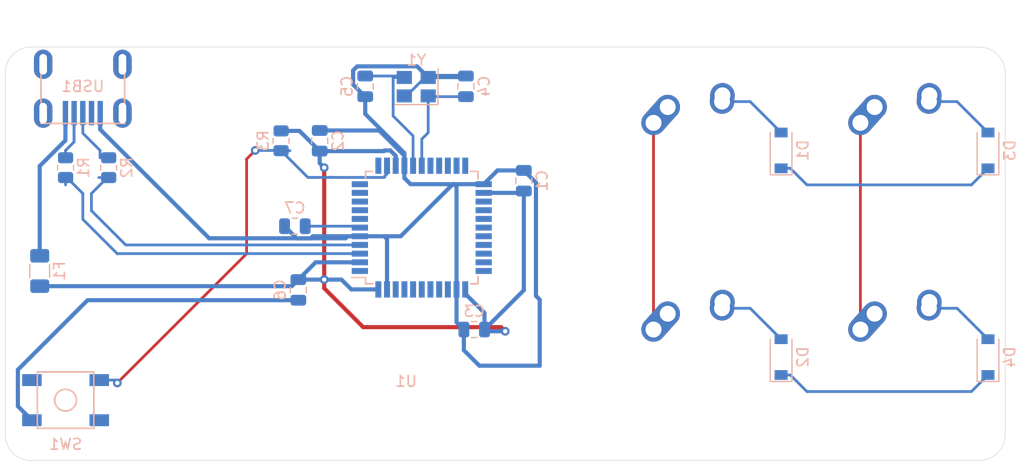
<source format=kicad_pcb>
(kicad_pcb (version 20171130) (host pcbnew "(5.1.9-0-10_14)")

  (general
    (thickness 1.6)
    (drawings 8)
    (tracks 166)
    (zones 0)
    (modules 23)
    (nets 49)
  )

  (page A4)
  (layers
    (0 F.Cu signal)
    (31 B.Cu signal)
    (32 B.Adhes user)
    (33 F.Adhes user)
    (34 B.Paste user)
    (35 F.Paste user)
    (36 B.SilkS user)
    (37 F.SilkS user)
    (38 B.Mask user)
    (39 F.Mask user)
    (40 Dwgs.User user)
    (41 Cmts.User user)
    (42 Eco1.User user)
    (43 Eco2.User user)
    (44 Edge.Cuts user)
    (45 Margin user)
    (46 B.CrtYd user)
    (47 F.CrtYd user)
    (48 B.Fab user)
    (49 F.Fab user)
  )

  (setup
    (last_trace_width 0.254)
    (trace_clearance 0.2)
    (zone_clearance 0.508)
    (zone_45_only no)
    (trace_min 0.2)
    (via_size 0.8)
    (via_drill 0.4)
    (via_min_size 0.4)
    (via_min_drill 0.3)
    (uvia_size 0.3)
    (uvia_drill 0.1)
    (uvias_allowed no)
    (uvia_min_size 0.2)
    (uvia_min_drill 0.1)
    (edge_width 0.05)
    (segment_width 0.2)
    (pcb_text_width 0.3)
    (pcb_text_size 1.5 1.5)
    (mod_edge_width 0.12)
    (mod_text_size 1 1)
    (mod_text_width 0.15)
    (pad_size 1.8 1.1)
    (pad_drill 0)
    (pad_to_mask_clearance 0)
    (aux_axis_origin 0 0)
    (visible_elements FFFFFF7F)
    (pcbplotparams
      (layerselection 0x010fc_ffffffff)
      (usegerberextensions false)
      (usegerberattributes true)
      (usegerberadvancedattributes true)
      (creategerberjobfile true)
      (excludeedgelayer true)
      (linewidth 0.100000)
      (plotframeref false)
      (viasonmask false)
      (mode 1)
      (useauxorigin false)
      (hpglpennumber 1)
      (hpglpenspeed 20)
      (hpglpendiameter 15.000000)
      (psnegative false)
      (psa4output false)
      (plotreference true)
      (plotvalue true)
      (plotinvisibletext false)
      (padsonsilk false)
      (subtractmaskfromsilk false)
      (outputformat 1)
      (mirror false)
      (drillshape 1)
      (scaleselection 1)
      (outputdirectory ""))
  )

  (net 0 "")
  (net 1 GND)
  (net 2 +5V)
  (net 3 "Net-(C4-Pad1)")
  (net 4 "Net-(C5-Pad1)")
  (net 5 "Net-(C7-Pad1)")
  (net 6 "Net-(D1-Pad2)")
  (net 7 ROW0)
  (net 8 "Net-(D2-Pad2)")
  (net 9 ROW1)
  (net 10 "Net-(D3-Pad2)")
  (net 11 "Net-(D4-Pad2)")
  (net 12 VCC)
  (net 13 COL0)
  (net 14 COL1)
  (net 15 D-)
  (net 16 "Net-(R1-Pad1)")
  (net 17 D+)
  (net 18 "Net-(R2-Pad1)")
  (net 19 "Net-(R3-Pad2)")
  (net 20 "Net-(R4-Pad2)")
  (net 21 "Net-(U1-Pad42)")
  (net 22 "Net-(U1-Pad41)")
  (net 23 "Net-(U1-Pad40)")
  (net 24 "Net-(U1-Pad39)")
  (net 25 "Net-(U1-Pad38)")
  (net 26 "Net-(U1-Pad37)")
  (net 27 "Net-(U1-Pad36)")
  (net 28 "Net-(U1-Pad32)")
  (net 29 "Net-(U1-Pad31)")
  (net 30 "Net-(U1-Pad30)")
  (net 31 "Net-(U1-Pad29)")
  (net 32 "Net-(U1-Pad28)")
  (net 33 "Net-(U1-Pad27)")
  (net 34 "Net-(U1-Pad26)")
  (net 35 "Net-(U1-Pad25)")
  (net 36 "Net-(U1-Pad22)")
  (net 37 "Net-(U1-Pad21)")
  (net 38 "Net-(U1-Pad20)")
  (net 39 "Net-(U1-Pad19)")
  (net 40 "Net-(U1-Pad18)")
  (net 41 "Net-(U1-Pad12)")
  (net 42 "Net-(U1-Pad11)")
  (net 43 "Net-(U1-Pad10)")
  (net 44 "Net-(U1-Pad9)")
  (net 45 "Net-(U1-Pad8)")
  (net 46 "Net-(U1-Pad1)")
  (net 47 "Net-(USB1-Pad6)")
  (net 48 "Net-(USB1-Pad2)")

  (net_class Default "This is the default net class."
    (clearance 0.2)
    (trace_width 0.254)
    (via_dia 0.8)
    (via_drill 0.4)
    (uvia_dia 0.3)
    (uvia_drill 0.1)
    (add_net COL0)
    (add_net COL1)
    (add_net D+)
    (add_net D-)
    (add_net "Net-(C4-Pad1)")
    (add_net "Net-(C5-Pad1)")
    (add_net "Net-(C7-Pad1)")
    (add_net "Net-(D1-Pad2)")
    (add_net "Net-(D2-Pad2)")
    (add_net "Net-(D3-Pad2)")
    (add_net "Net-(D4-Pad2)")
    (add_net "Net-(R1-Pad1)")
    (add_net "Net-(R2-Pad1)")
    (add_net "Net-(R3-Pad2)")
    (add_net "Net-(R4-Pad2)")
    (add_net "Net-(U1-Pad1)")
    (add_net "Net-(U1-Pad10)")
    (add_net "Net-(U1-Pad11)")
    (add_net "Net-(U1-Pad12)")
    (add_net "Net-(U1-Pad18)")
    (add_net "Net-(U1-Pad19)")
    (add_net "Net-(U1-Pad20)")
    (add_net "Net-(U1-Pad21)")
    (add_net "Net-(U1-Pad22)")
    (add_net "Net-(U1-Pad25)")
    (add_net "Net-(U1-Pad26)")
    (add_net "Net-(U1-Pad27)")
    (add_net "Net-(U1-Pad28)")
    (add_net "Net-(U1-Pad29)")
    (add_net "Net-(U1-Pad30)")
    (add_net "Net-(U1-Pad31)")
    (add_net "Net-(U1-Pad32)")
    (add_net "Net-(U1-Pad36)")
    (add_net "Net-(U1-Pad37)")
    (add_net "Net-(U1-Pad38)")
    (add_net "Net-(U1-Pad39)")
    (add_net "Net-(U1-Pad40)")
    (add_net "Net-(U1-Pad41)")
    (add_net "Net-(U1-Pad42)")
    (add_net "Net-(U1-Pad8)")
    (add_net "Net-(U1-Pad9)")
    (add_net "Net-(USB1-Pad2)")
    (add_net "Net-(USB1-Pad6)")
    (add_net ROW0)
    (add_net ROW1)
  )

  (net_class Power ""
    (clearance 0.2)
    (trace_width 0.381)
    (via_dia 0.8)
    (via_drill 0.4)
    (uvia_dia 0.3)
    (uvia_drill 0.1)
    (add_net +5V)
    (add_net GND)
    (add_net VCC)
  )

  (module MX_Alps_Hybrid:MX-1U-NoLED (layer F.Cu) (tedit 5A9F5203) (tstamp 60EE5138)
    (at 31.75 31.75)
    (path /60F442CB)
    (fp_text reference MX1 (at 0 3.175) (layer Dwgs.User)
      (effects (font (size 1 1) (thickness 0.15)))
    )
    (fp_text value MX-NoLED (at 0 -7.9375) (layer Dwgs.User)
      (effects (font (size 1 1) (thickness 0.15)))
    )
    (fp_line (start -9.525 9.525) (end -9.525 -9.525) (layer Dwgs.User) (width 0.15))
    (fp_line (start 9.525 9.525) (end -9.525 9.525) (layer Dwgs.User) (width 0.15))
    (fp_line (start 9.525 -9.525) (end 9.525 9.525) (layer Dwgs.User) (width 0.15))
    (fp_line (start -9.525 -9.525) (end 9.525 -9.525) (layer Dwgs.User) (width 0.15))
    (fp_line (start -7 -7) (end -7 -5) (layer Dwgs.User) (width 0.15))
    (fp_line (start -5 -7) (end -7 -7) (layer Dwgs.User) (width 0.15))
    (fp_line (start -7 7) (end -5 7) (layer Dwgs.User) (width 0.15))
    (fp_line (start -7 5) (end -7 7) (layer Dwgs.User) (width 0.15))
    (fp_line (start 7 7) (end 7 5) (layer Dwgs.User) (width 0.15))
    (fp_line (start 5 7) (end 7 7) (layer Dwgs.User) (width 0.15))
    (fp_line (start 7 -7) (end 7 -5) (layer Dwgs.User) (width 0.15))
    (fp_line (start 5 -7) (end 7 -7) (layer Dwgs.User) (width 0.15))
    (pad "" np_thru_hole circle (at 5.08 0 48.0996) (size 1.75 1.75) (drill 1.75) (layers *.Cu *.Mask))
    (pad "" np_thru_hole circle (at -5.08 0 48.0996) (size 1.75 1.75) (drill 1.75) (layers *.Cu *.Mask))
    (pad 1 thru_hole circle (at -2.5 -4) (size 2.25 2.25) (drill 1.47) (layers *.Cu B.Mask)
      (net 13 COL0))
    (pad "" np_thru_hole circle (at 0 0) (size 3.9878 3.9878) (drill 3.9878) (layers *.Cu *.Mask))
    (pad 1 thru_hole oval (at -3.81 -2.54 48.0996) (size 4.211556 2.25) (drill 1.47 (offset 0.980778 0)) (layers *.Cu B.Mask)
      (net 13 COL0))
    (pad 2 thru_hole circle (at 2.54 -5.08) (size 2.25 2.25) (drill 1.47) (layers *.Cu B.Mask)
      (net 6 "Net-(D1-Pad2)"))
    (pad 2 thru_hole oval (at 2.5 -4.5 86.0548) (size 2.831378 2.25) (drill 1.47 (offset 0.290689 0)) (layers *.Cu B.Mask)
      (net 6 "Net-(D1-Pad2)"))
  )

  (module random-keyboard-parts:SKQG-1155865 (layer B.Cu) (tedit 60EE524F) (tstamp 60EE51DF)
    (at -26.19375 54.76875 180)
    (path /60F197BB)
    (attr smd)
    (fp_text reference SW1 (at 0 -4.064) (layer B.SilkS)
      (effects (font (size 1 1) (thickness 0.15)) (justify mirror))
    )
    (fp_text value SW_Push (at 0 4.064) (layer B.Fab)
      (effects (font (size 1 1) (thickness 0.15)) (justify mirror))
    )
    (fp_line (start -2.6 -1.1) (end -1.1 -2.6) (layer B.Fab) (width 0.15))
    (fp_line (start 2.6 -1.1) (end 1.1 -2.6) (layer B.Fab) (width 0.15))
    (fp_line (start 2.6 1.1) (end 1.1 2.6) (layer B.Fab) (width 0.15))
    (fp_line (start -2.6 1.1) (end -1.1 2.6) (layer B.Fab) (width 0.15))
    (fp_circle (center 0 0) (end 1 0) (layer B.Fab) (width 0.15))
    (fp_line (start -4.2 1.1) (end -4.2 2.6) (layer B.Fab) (width 0.15))
    (fp_line (start -2.6 1.1) (end -4.2 1.1) (layer B.Fab) (width 0.15))
    (fp_line (start -2.6 -1.1) (end -2.6 1.1) (layer B.Fab) (width 0.15))
    (fp_line (start -4.2 -1.1) (end -2.6 -1.1) (layer B.Fab) (width 0.15))
    (fp_line (start -4.2 -2.6) (end -4.2 -1.1) (layer B.Fab) (width 0.15))
    (fp_line (start 4.2 -2.6) (end -4.2 -2.6) (layer B.Fab) (width 0.15))
    (fp_line (start 4.2 -1.1) (end 4.2 -2.6) (layer B.Fab) (width 0.15))
    (fp_line (start 2.6 -1.1) (end 4.2 -1.1) (layer B.Fab) (width 0.15))
    (fp_line (start 2.6 1.1) (end 2.6 -1.1) (layer B.Fab) (width 0.15))
    (fp_line (start 4.2 1.1) (end 2.6 1.1) (layer B.Fab) (width 0.15))
    (fp_line (start 4.2 2.6) (end 4.2 1.2) (layer B.Fab) (width 0.15))
    (fp_line (start -4.2 2.6) (end 4.2 2.6) (layer B.Fab) (width 0.15))
    (fp_circle (center 0 0) (end 1 0) (layer B.SilkS) (width 0.15))
    (fp_line (start -2.6 -2.6) (end -2.6 2.6) (layer B.SilkS) (width 0.15))
    (fp_line (start 2.6 -2.6) (end -2.6 -2.6) (layer B.SilkS) (width 0.15))
    (fp_line (start 2.6 2.6) (end 2.6 -2.6) (layer B.SilkS) (width 0.15))
    (fp_line (start -2.6 2.6) (end 2.6 2.6) (layer B.SilkS) (width 0.15))
    (pad 1 smd rect (at 3.1 -1.85 180) (size 1.8 1.1) (layers B.Cu B.Paste B.Mask)
      (net 1 GND))
    (pad 2 smd rect (at -3.1 1.85 180) (size 1.8 1.1) (layers B.Cu B.Paste B.Mask)
      (net 19 "Net-(R3-Pad2)"))
    (pad 3 smd rect (at 3.1 1.85 180) (size 1.8 1.1) (layers B.Cu B.Paste B.Mask))
    (pad 4 smd rect (at -3.1 -1.85 180) (size 1.8 1.1) (layers B.Cu B.Paste B.Mask))
    (model ${KISYS3DMOD}/Button_Switch_SMD.3dshapes/SW_SPST_TL3342.step
      (at (xyz 0 0 0))
      (scale (xyz 1 1 1))
      (rotate (xyz 0 0 0))
    )
  )

  (module Crystal:Crystal_SMD_3225-4Pin_3.2x2.5mm (layer B.Cu) (tedit 5A0FD1B2) (tstamp 60EE5256)
    (at 6.096 25.87625 180)
    (descr "SMD Crystal SERIES SMD3225/4 http://www.txccrystal.com/images/pdf/7m-accuracy.pdf, 3.2x2.5mm^2 package")
    (tags "SMD SMT crystal")
    (path /60F096E8)
    (attr smd)
    (fp_text reference Y1 (at 0 2.45) (layer B.SilkS)
      (effects (font (size 1 1) (thickness 0.15)) (justify mirror))
    )
    (fp_text value 16MHz (at 0 -2.45) (layer B.Fab)
      (effects (font (size 1 1) (thickness 0.15)) (justify mirror))
    )
    (fp_line (start -1.6 1.25) (end -1.6 -1.25) (layer B.Fab) (width 0.1))
    (fp_line (start -1.6 -1.25) (end 1.6 -1.25) (layer B.Fab) (width 0.1))
    (fp_line (start 1.6 -1.25) (end 1.6 1.25) (layer B.Fab) (width 0.1))
    (fp_line (start 1.6 1.25) (end -1.6 1.25) (layer B.Fab) (width 0.1))
    (fp_line (start -1.6 -0.25) (end -0.6 -1.25) (layer B.Fab) (width 0.1))
    (fp_line (start -2 1.65) (end -2 -1.65) (layer B.SilkS) (width 0.12))
    (fp_line (start -2 -1.65) (end 2 -1.65) (layer B.SilkS) (width 0.12))
    (fp_line (start -2.1 1.7) (end -2.1 -1.7) (layer B.CrtYd) (width 0.05))
    (fp_line (start -2.1 -1.7) (end 2.1 -1.7) (layer B.CrtYd) (width 0.05))
    (fp_line (start 2.1 -1.7) (end 2.1 1.7) (layer B.CrtYd) (width 0.05))
    (fp_line (start 2.1 1.7) (end -2.1 1.7) (layer B.CrtYd) (width 0.05))
    (fp_text user %R (at 0 0) (layer B.Fab)
      (effects (font (size 0.7 0.7) (thickness 0.105)) (justify mirror))
    )
    (pad 1 smd rect (at -1.1 -0.85 180) (size 1.4 1.2) (layers B.Cu B.Paste B.Mask)
      (net 3 "Net-(C4-Pad1)"))
    (pad 2 smd rect (at 1.1 -0.85 180) (size 1.4 1.2) (layers B.Cu B.Paste B.Mask)
      (net 1 GND))
    (pad 3 smd rect (at 1.1 0.85 180) (size 1.4 1.2) (layers B.Cu B.Paste B.Mask)
      (net 4 "Net-(C5-Pad1)"))
    (pad 4 smd rect (at -1.1 0.85 180) (size 1.4 1.2) (layers B.Cu B.Paste B.Mask)
      (net 1 GND))
    (model ${KISYS3DMOD}/Crystal.3dshapes/Crystal_SMD_3225-4Pin_3.2x2.5mm.wrl
      (at (xyz 0 0 0))
      (scale (xyz 1 1 1))
      (rotate (xyz 0 0 0))
    )
  )

  (module random-keyboard-parts:Molex-0548190589 (layer B.Cu) (tedit 5C494815) (tstamp 60EE5242)
    (at -24.60625 23.8125 270)
    (path /60F32E1F)
    (attr smd)
    (fp_text reference USB1 (at 2.032 0) (layer B.SilkS)
      (effects (font (size 1 1) (thickness 0.15)) (justify mirror))
    )
    (fp_text value Molex-0548190589 (at -5.08 0) (layer Dwgs.User)
      (effects (font (size 1 1) (thickness 0.15)))
    )
    (fp_line (start -3.75 3.85) (end -3.75 -3.85) (layer Dwgs.User) (width 0.15))
    (fp_line (start -1.75 4.572) (end -1.75 -4.572) (layer Dwgs.User) (width 0.15))
    (fp_line (start -3.75 -3.85) (end 0 -3.85) (layer Dwgs.User) (width 0.15))
    (fp_line (start -3.75 3.85) (end 0 3.85) (layer Dwgs.User) (width 0.15))
    (fp_line (start 5.45 3.85) (end 5.45 -3.85) (layer B.SilkS) (width 0.15))
    (fp_line (start 0 -3.85) (end 5.45 -3.85) (layer B.SilkS) (width 0.15))
    (fp_line (start 0 3.85) (end 5.45 3.85) (layer B.SilkS) (width 0.15))
    (fp_line (start -3.75 3.75) (end 5.5 3.75) (layer B.CrtYd) (width 0.15))
    (fp_line (start 5.5 3.75) (end 5.5 -3.75) (layer B.CrtYd) (width 0.15))
    (fp_line (start 5.5 -3.75) (end -3.75 -3.75) (layer B.CrtYd) (width 0.15))
    (fp_line (start -3.75 -3.75) (end -3.75 3.75) (layer B.CrtYd) (width 0.15))
    (fp_line (start 5.5 2) (end 3.25 2) (layer B.CrtYd) (width 0.15))
    (fp_line (start 3.25 2) (end 3.25 -2) (layer B.CrtYd) (width 0.15))
    (fp_line (start 3.25 -2) (end 5.5 -2) (layer B.CrtYd) (width 0.15))
    (fp_line (start 5.5 -1.25) (end 3.25 -1.25) (layer B.CrtYd) (width 0.15))
    (fp_line (start 3.25 -0.5) (end 5.5 -0.5) (layer B.CrtYd) (width 0.15))
    (fp_line (start 5.5 0.5) (end 3.25 0.5) (layer B.CrtYd) (width 0.15))
    (fp_line (start 3.25 1.25) (end 5.5 1.25) (layer B.CrtYd) (width 0.15))
    (fp_text user %R (at 2 0) (layer B.CrtYd)
      (effects (font (size 1 1) (thickness 0.15)) (justify mirror))
    )
    (pad 1 smd rect (at 4.5 -1.6 270) (size 2.25 0.5) (layers B.Cu B.Paste B.Mask)
      (net 1 GND))
    (pad 2 smd rect (at 4.5 -0.8 270) (size 2.25 0.5) (layers B.Cu B.Paste B.Mask)
      (net 48 "Net-(USB1-Pad2)"))
    (pad 3 smd rect (at 4.5 0 270) (size 2.25 0.5) (layers B.Cu B.Paste B.Mask)
      (net 17 D+))
    (pad 4 smd rect (at 4.5 0.8 270) (size 2.25 0.5) (layers B.Cu B.Paste B.Mask)
      (net 15 D-))
    (pad 5 smd rect (at 4.5 1.6 270) (size 2.25 0.5) (layers B.Cu B.Paste B.Mask)
      (net 12 VCC))
    (pad 6 thru_hole oval (at 4.5 3.65 270) (size 2.7 1.7) (drill oval 1.9 0.7) (layers *.Cu *.Mask)
      (net 47 "Net-(USB1-Pad6)"))
    (pad 6 thru_hole oval (at 4.5 -3.65 270) (size 2.7 1.7) (drill oval 1.9 0.7) (layers *.Cu *.Mask)
      (net 47 "Net-(USB1-Pad6)"))
    (pad 6 thru_hole oval (at 0 -3.65 270) (size 2.7 1.7) (drill oval 1.9 0.7) (layers *.Cu *.Mask)
      (net 47 "Net-(USB1-Pad6)"))
    (pad 6 thru_hole oval (at 0 3.65 270) (size 2.7 1.7) (drill oval 1.9 0.7) (layers *.Cu *.Mask)
      (net 47 "Net-(USB1-Pad6)"))
  )

  (module Package_QFP:TQFP-44_10x10mm_P0.8mm (layer B.Cu) (tedit 5A02F146) (tstamp 60EE5222)
    (at 6.604 38.862)
    (descr "44-Lead Plastic Thin Quad Flatpack (PT) - 10x10x1.0 mm Body [TQFP] (see Microchip Packaging Specification 00000049BS.pdf)")
    (tags "QFP 0.8")
    (path /60ED195E)
    (attr smd)
    (fp_text reference U1 (at -1.44075 14.16175) (layer B.SilkS)
      (effects (font (size 1 1) (thickness 0.15)) (justify mirror))
    )
    (fp_text value ATmega32U4-AU (at 0 -7.45) (layer B.Fab)
      (effects (font (size 1 1) (thickness 0.15)) (justify mirror))
    )
    (fp_line (start -5.175 4.6) (end -6.45 4.6) (layer B.SilkS) (width 0.15))
    (fp_line (start 5.175 5.175) (end 4.5 5.175) (layer B.SilkS) (width 0.15))
    (fp_line (start 5.175 -5.175) (end 4.5 -5.175) (layer B.SilkS) (width 0.15))
    (fp_line (start -5.175 -5.175) (end -4.5 -5.175) (layer B.SilkS) (width 0.15))
    (fp_line (start -5.175 5.175) (end -4.5 5.175) (layer B.SilkS) (width 0.15))
    (fp_line (start -5.175 -5.175) (end -5.175 -4.5) (layer B.SilkS) (width 0.15))
    (fp_line (start 5.175 -5.175) (end 5.175 -4.5) (layer B.SilkS) (width 0.15))
    (fp_line (start 5.175 5.175) (end 5.175 4.5) (layer B.SilkS) (width 0.15))
    (fp_line (start -5.175 5.175) (end -5.175 4.6) (layer B.SilkS) (width 0.15))
    (fp_line (start -6.7 -6.7) (end 6.7 -6.7) (layer B.CrtYd) (width 0.05))
    (fp_line (start -6.7 6.7) (end 6.7 6.7) (layer B.CrtYd) (width 0.05))
    (fp_line (start 6.7 6.7) (end 6.7 -6.7) (layer B.CrtYd) (width 0.05))
    (fp_line (start -6.7 6.7) (end -6.7 -6.7) (layer B.CrtYd) (width 0.05))
    (fp_line (start -5 4) (end -4 5) (layer B.Fab) (width 0.15))
    (fp_line (start -5 -5) (end -5 4) (layer B.Fab) (width 0.15))
    (fp_line (start 5 -5) (end -5 -5) (layer B.Fab) (width 0.15))
    (fp_line (start 5 5) (end 5 -5) (layer B.Fab) (width 0.15))
    (fp_line (start -4 5) (end 5 5) (layer B.Fab) (width 0.15))
    (fp_text user %R (at 0 0) (layer B.Fab)
      (effects (font (size 1 1) (thickness 0.15)) (justify mirror))
    )
    (pad 44 smd rect (at -4 5.7 270) (size 1.5 0.55) (layers B.Cu B.Paste B.Mask)
      (net 2 +5V))
    (pad 43 smd rect (at -3.2 5.7 270) (size 1.5 0.55) (layers B.Cu B.Paste B.Mask)
      (net 1 GND))
    (pad 42 smd rect (at -2.4 5.7 270) (size 1.5 0.55) (layers B.Cu B.Paste B.Mask)
      (net 21 "Net-(U1-Pad42)"))
    (pad 41 smd rect (at -1.6 5.7 270) (size 1.5 0.55) (layers B.Cu B.Paste B.Mask)
      (net 22 "Net-(U1-Pad41)"))
    (pad 40 smd rect (at -0.8 5.7 270) (size 1.5 0.55) (layers B.Cu B.Paste B.Mask)
      (net 23 "Net-(U1-Pad40)"))
    (pad 39 smd rect (at 0 5.7 270) (size 1.5 0.55) (layers B.Cu B.Paste B.Mask)
      (net 24 "Net-(U1-Pad39)"))
    (pad 38 smd rect (at 0.8 5.7 270) (size 1.5 0.55) (layers B.Cu B.Paste B.Mask)
      (net 25 "Net-(U1-Pad38)"))
    (pad 37 smd rect (at 1.6 5.7 270) (size 1.5 0.55) (layers B.Cu B.Paste B.Mask)
      (net 26 "Net-(U1-Pad37)"))
    (pad 36 smd rect (at 2.4 5.7 270) (size 1.5 0.55) (layers B.Cu B.Paste B.Mask)
      (net 27 "Net-(U1-Pad36)"))
    (pad 35 smd rect (at 3.2 5.7 270) (size 1.5 0.55) (layers B.Cu B.Paste B.Mask)
      (net 1 GND))
    (pad 34 smd rect (at 4 5.7 270) (size 1.5 0.55) (layers B.Cu B.Paste B.Mask)
      (net 2 +5V))
    (pad 33 smd rect (at 5.7 4) (size 1.5 0.55) (layers B.Cu B.Paste B.Mask)
      (net 20 "Net-(R4-Pad2)"))
    (pad 32 smd rect (at 5.7 3.2) (size 1.5 0.55) (layers B.Cu B.Paste B.Mask)
      (net 28 "Net-(U1-Pad32)"))
    (pad 31 smd rect (at 5.7 2.4) (size 1.5 0.55) (layers B.Cu B.Paste B.Mask)
      (net 29 "Net-(U1-Pad31)"))
    (pad 30 smd rect (at 5.7 1.6) (size 1.5 0.55) (layers B.Cu B.Paste B.Mask)
      (net 30 "Net-(U1-Pad30)"))
    (pad 29 smd rect (at 5.7 0.8) (size 1.5 0.55) (layers B.Cu B.Paste B.Mask)
      (net 31 "Net-(U1-Pad29)"))
    (pad 28 smd rect (at 5.7 0) (size 1.5 0.55) (layers B.Cu B.Paste B.Mask)
      (net 32 "Net-(U1-Pad28)"))
    (pad 27 smd rect (at 5.7 -0.8) (size 1.5 0.55) (layers B.Cu B.Paste B.Mask)
      (net 33 "Net-(U1-Pad27)"))
    (pad 26 smd rect (at 5.7 -1.6) (size 1.5 0.55) (layers B.Cu B.Paste B.Mask)
      (net 34 "Net-(U1-Pad26)"))
    (pad 25 smd rect (at 5.7 -2.4) (size 1.5 0.55) (layers B.Cu B.Paste B.Mask)
      (net 35 "Net-(U1-Pad25)"))
    (pad 24 smd rect (at 5.7 -3.2) (size 1.5 0.55) (layers B.Cu B.Paste B.Mask)
      (net 2 +5V))
    (pad 23 smd rect (at 5.7 -4) (size 1.5 0.55) (layers B.Cu B.Paste B.Mask)
      (net 1 GND))
    (pad 22 smd rect (at 4 -5.7 270) (size 1.5 0.55) (layers B.Cu B.Paste B.Mask)
      (net 36 "Net-(U1-Pad22)"))
    (pad 21 smd rect (at 3.2 -5.7 270) (size 1.5 0.55) (layers B.Cu B.Paste B.Mask)
      (net 37 "Net-(U1-Pad21)"))
    (pad 20 smd rect (at 2.4 -5.7 270) (size 1.5 0.55) (layers B.Cu B.Paste B.Mask)
      (net 38 "Net-(U1-Pad20)"))
    (pad 19 smd rect (at 1.6 -5.7 270) (size 1.5 0.55) (layers B.Cu B.Paste B.Mask)
      (net 39 "Net-(U1-Pad19)"))
    (pad 18 smd rect (at 0.8 -5.7 270) (size 1.5 0.55) (layers B.Cu B.Paste B.Mask)
      (net 40 "Net-(U1-Pad18)"))
    (pad 17 smd rect (at 0 -5.7 270) (size 1.5 0.55) (layers B.Cu B.Paste B.Mask)
      (net 3 "Net-(C4-Pad1)"))
    (pad 16 smd rect (at -0.8 -5.7 270) (size 1.5 0.55) (layers B.Cu B.Paste B.Mask)
      (net 4 "Net-(C5-Pad1)"))
    (pad 15 smd rect (at -1.6 -5.7 270) (size 1.5 0.55) (layers B.Cu B.Paste B.Mask)
      (net 1 GND))
    (pad 14 smd rect (at -2.4 -5.7 270) (size 1.5 0.55) (layers B.Cu B.Paste B.Mask)
      (net 2 +5V))
    (pad 13 smd rect (at -3.2 -5.7 270) (size 1.5 0.55) (layers B.Cu B.Paste B.Mask)
      (net 19 "Net-(R3-Pad2)"))
    (pad 12 smd rect (at -4 -5.7 270) (size 1.5 0.55) (layers B.Cu B.Paste B.Mask)
      (net 41 "Net-(U1-Pad12)"))
    (pad 11 smd rect (at -5.7 -4) (size 1.5 0.55) (layers B.Cu B.Paste B.Mask)
      (net 42 "Net-(U1-Pad11)"))
    (pad 10 smd rect (at -5.7 -3.2) (size 1.5 0.55) (layers B.Cu B.Paste B.Mask)
      (net 43 "Net-(U1-Pad10)"))
    (pad 9 smd rect (at -5.7 -2.4) (size 1.5 0.55) (layers B.Cu B.Paste B.Mask)
      (net 44 "Net-(U1-Pad9)"))
    (pad 8 smd rect (at -5.7 -1.6) (size 1.5 0.55) (layers B.Cu B.Paste B.Mask)
      (net 45 "Net-(U1-Pad8)"))
    (pad 7 smd rect (at -5.7 -0.8) (size 1.5 0.55) (layers B.Cu B.Paste B.Mask)
      (net 2 +5V))
    (pad 6 smd rect (at -5.7 0) (size 1.5 0.55) (layers B.Cu B.Paste B.Mask)
      (net 5 "Net-(C7-Pad1)"))
    (pad 5 smd rect (at -5.7 0.8) (size 1.5 0.55) (layers B.Cu B.Paste B.Mask)
      (net 1 GND))
    (pad 4 smd rect (at -5.7 1.6) (size 1.5 0.55) (layers B.Cu B.Paste B.Mask)
      (net 18 "Net-(R2-Pad1)"))
    (pad 3 smd rect (at -5.7 2.4) (size 1.5 0.55) (layers B.Cu B.Paste B.Mask)
      (net 16 "Net-(R1-Pad1)"))
    (pad 2 smd rect (at -5.7 3.2) (size 1.5 0.55) (layers B.Cu B.Paste B.Mask)
      (net 2 +5V))
    (pad 1 smd rect (at -5.7 4) (size 1.5 0.55) (layers B.Cu B.Paste B.Mask)
      (net 46 "Net-(U1-Pad1)"))
    (model ${KISYS3DMOD}/Package_QFP.3dshapes/TQFP-44_10x10mm_P0.8mm.wrl
      (at (xyz 0 0 0))
      (scale (xyz 1 1 1))
      (rotate (xyz 0 0 0))
    )
  )

  (module Resistor_SMD:R_0805_2012Metric (layer B.Cu) (tedit 5F68FEEE) (tstamp 60EE51B0)
    (at -6.35 30.861 270)
    (descr "Resistor SMD 0805 (2012 Metric), square (rectangular) end terminal, IPC_7351 nominal, (Body size source: IPC-SM-782 page 72, https://www.pcb-3d.com/wordpress/wp-content/uploads/ipc-sm-782a_amendment_1_and_2.pdf), generated with kicad-footprint-generator")
    (tags resistor)
    (path /60F219AA)
    (attr smd)
    (fp_text reference R3 (at 0 1.65 270) (layer B.SilkS)
      (effects (font (size 1 1) (thickness 0.15)) (justify mirror))
    )
    (fp_text value 10k (at 0 -1.65 270) (layer B.Fab)
      (effects (font (size 1 1) (thickness 0.15)) (justify mirror))
    )
    (fp_line (start 1.68 -0.95) (end -1.68 -0.95) (layer B.CrtYd) (width 0.05))
    (fp_line (start 1.68 0.95) (end 1.68 -0.95) (layer B.CrtYd) (width 0.05))
    (fp_line (start -1.68 0.95) (end 1.68 0.95) (layer B.CrtYd) (width 0.05))
    (fp_line (start -1.68 -0.95) (end -1.68 0.95) (layer B.CrtYd) (width 0.05))
    (fp_line (start -0.227064 -0.735) (end 0.227064 -0.735) (layer B.SilkS) (width 0.12))
    (fp_line (start -0.227064 0.735) (end 0.227064 0.735) (layer B.SilkS) (width 0.12))
    (fp_line (start 1 -0.625) (end -1 -0.625) (layer B.Fab) (width 0.1))
    (fp_line (start 1 0.625) (end 1 -0.625) (layer B.Fab) (width 0.1))
    (fp_line (start -1 0.625) (end 1 0.625) (layer B.Fab) (width 0.1))
    (fp_line (start -1 -0.625) (end -1 0.625) (layer B.Fab) (width 0.1))
    (fp_text user %R (at 0 0 270) (layer B.Fab)
      (effects (font (size 0.5 0.5) (thickness 0.08)) (justify mirror))
    )
    (pad 2 smd roundrect (at 0.9125 0 270) (size 1.025 1.4) (layers B.Cu B.Paste B.Mask) (roundrect_rratio 0.243902)
      (net 19 "Net-(R3-Pad2)"))
    (pad 1 smd roundrect (at -0.9125 0 270) (size 1.025 1.4) (layers B.Cu B.Paste B.Mask) (roundrect_rratio 0.243902)
      (net 2 +5V))
    (model ${KISYS3DMOD}/Resistor_SMD.3dshapes/R_0805_2012Metric.wrl
      (at (xyz 0 0 0))
      (scale (xyz 1 1 1))
      (rotate (xyz 0 0 0))
    )
  )

  (module Resistor_SMD:R_0805_2012Metric (layer B.Cu) (tedit 5F68FEEE) (tstamp 60EE519F)
    (at -22.225 33.3375 90)
    (descr "Resistor SMD 0805 (2012 Metric), square (rectangular) end terminal, IPC_7351 nominal, (Body size source: IPC-SM-782 page 72, https://www.pcb-3d.com/wordpress/wp-content/uploads/ipc-sm-782a_amendment_1_and_2.pdf), generated with kicad-footprint-generator")
    (tags resistor)
    (path /60EEA435)
    (attr smd)
    (fp_text reference R2 (at 0 1.65 90) (layer B.SilkS)
      (effects (font (size 1 1) (thickness 0.15)) (justify mirror))
    )
    (fp_text value 22 (at 0 -1.65 90) (layer B.Fab)
      (effects (font (size 1 1) (thickness 0.15)) (justify mirror))
    )
    (fp_line (start -1 -0.625) (end -1 0.625) (layer B.Fab) (width 0.1))
    (fp_line (start -1 0.625) (end 1 0.625) (layer B.Fab) (width 0.1))
    (fp_line (start 1 0.625) (end 1 -0.625) (layer B.Fab) (width 0.1))
    (fp_line (start 1 -0.625) (end -1 -0.625) (layer B.Fab) (width 0.1))
    (fp_line (start -0.227064 0.735) (end 0.227064 0.735) (layer B.SilkS) (width 0.12))
    (fp_line (start -0.227064 -0.735) (end 0.227064 -0.735) (layer B.SilkS) (width 0.12))
    (fp_line (start -1.68 -0.95) (end -1.68 0.95) (layer B.CrtYd) (width 0.05))
    (fp_line (start -1.68 0.95) (end 1.68 0.95) (layer B.CrtYd) (width 0.05))
    (fp_line (start 1.68 0.95) (end 1.68 -0.95) (layer B.CrtYd) (width 0.05))
    (fp_line (start 1.68 -0.95) (end -1.68 -0.95) (layer B.CrtYd) (width 0.05))
    (fp_text user %R (at 0 0 90) (layer B.Fab)
      (effects (font (size 0.5 0.5) (thickness 0.08)) (justify mirror))
    )
    (pad 1 smd roundrect (at -0.9125 0 90) (size 1.025 1.4) (layers B.Cu B.Paste B.Mask) (roundrect_rratio 0.243902)
      (net 18 "Net-(R2-Pad1)"))
    (pad 2 smd roundrect (at 0.9125 0 90) (size 1.025 1.4) (layers B.Cu B.Paste B.Mask) (roundrect_rratio 0.243902)
      (net 17 D+))
    (model ${KISYS3DMOD}/Resistor_SMD.3dshapes/R_0805_2012Metric.wrl
      (at (xyz 0 0 0))
      (scale (xyz 1 1 1))
      (rotate (xyz 0 0 0))
    )
  )

  (module Resistor_SMD:R_0805_2012Metric (layer B.Cu) (tedit 5F68FEEE) (tstamp 60EE518E)
    (at -26.19375 33.3375 90)
    (descr "Resistor SMD 0805 (2012 Metric), square (rectangular) end terminal, IPC_7351 nominal, (Body size source: IPC-SM-782 page 72, https://www.pcb-3d.com/wordpress/wp-content/uploads/ipc-sm-782a_amendment_1_and_2.pdf), generated with kicad-footprint-generator")
    (tags resistor)
    (path /60EEBD7F)
    (attr smd)
    (fp_text reference R1 (at 0 1.65 270) (layer B.SilkS)
      (effects (font (size 1 1) (thickness 0.15)) (justify mirror))
    )
    (fp_text value 22 (at 0 -1.65 180) (layer B.Fab)
      (effects (font (size 1 1) (thickness 0.15)) (justify mirror))
    )
    (fp_line (start -1 -0.625) (end -1 0.625) (layer B.Fab) (width 0.1))
    (fp_line (start -1 0.625) (end 1 0.625) (layer B.Fab) (width 0.1))
    (fp_line (start 1 0.625) (end 1 -0.625) (layer B.Fab) (width 0.1))
    (fp_line (start 1 -0.625) (end -1 -0.625) (layer B.Fab) (width 0.1))
    (fp_line (start -0.227064 0.735) (end 0.227064 0.735) (layer B.SilkS) (width 0.12))
    (fp_line (start -0.227064 -0.735) (end 0.227064 -0.735) (layer B.SilkS) (width 0.12))
    (fp_line (start -1.68 -0.95) (end -1.68 0.95) (layer B.CrtYd) (width 0.05))
    (fp_line (start -1.68 0.95) (end 1.68 0.95) (layer B.CrtYd) (width 0.05))
    (fp_line (start 1.68 0.95) (end 1.68 -0.95) (layer B.CrtYd) (width 0.05))
    (fp_line (start 1.68 -0.95) (end -1.68 -0.95) (layer B.CrtYd) (width 0.05))
    (fp_text user %R (at 0 0 270) (layer B.Fab)
      (effects (font (size 0.5 0.5) (thickness 0.08)) (justify mirror))
    )
    (pad 1 smd roundrect (at -0.9125 0 90) (size 1.025 1.4) (layers B.Cu B.Paste B.Mask) (roundrect_rratio 0.243902)
      (net 16 "Net-(R1-Pad1)"))
    (pad 2 smd roundrect (at 0.9125 0 90) (size 1.025 1.4) (layers B.Cu B.Paste B.Mask) (roundrect_rratio 0.243902)
      (net 15 D-))
    (model ${KISYS3DMOD}/Resistor_SMD.3dshapes/R_0805_2012Metric.wrl
      (at (xyz 0 0 0))
      (scale (xyz 1 1 1))
      (rotate (xyz 0 0 0))
    )
  )

  (module MX_Alps_Hybrid:MX-1U-NoLED (layer F.Cu) (tedit 5A9F5203) (tstamp 60EE517D)
    (at 50.8 50.8)
    (path /60F5049D)
    (fp_text reference MX4 (at 0 3.175) (layer Dwgs.User)
      (effects (font (size 1 1) (thickness 0.15)))
    )
    (fp_text value MX-NoLED (at 0 -7.9375) (layer Dwgs.User)
      (effects (font (size 1 1) (thickness 0.15)))
    )
    (fp_line (start -9.525 9.525) (end -9.525 -9.525) (layer Dwgs.User) (width 0.15))
    (fp_line (start 9.525 9.525) (end -9.525 9.525) (layer Dwgs.User) (width 0.15))
    (fp_line (start 9.525 -9.525) (end 9.525 9.525) (layer Dwgs.User) (width 0.15))
    (fp_line (start -9.525 -9.525) (end 9.525 -9.525) (layer Dwgs.User) (width 0.15))
    (fp_line (start -7 -7) (end -7 -5) (layer Dwgs.User) (width 0.15))
    (fp_line (start -5 -7) (end -7 -7) (layer Dwgs.User) (width 0.15))
    (fp_line (start -7 7) (end -5 7) (layer Dwgs.User) (width 0.15))
    (fp_line (start -7 5) (end -7 7) (layer Dwgs.User) (width 0.15))
    (fp_line (start 7 7) (end 7 5) (layer Dwgs.User) (width 0.15))
    (fp_line (start 5 7) (end 7 7) (layer Dwgs.User) (width 0.15))
    (fp_line (start 7 -7) (end 7 -5) (layer Dwgs.User) (width 0.15))
    (fp_line (start 5 -7) (end 7 -7) (layer Dwgs.User) (width 0.15))
    (pad "" np_thru_hole circle (at 5.08 0 48.0996) (size 1.75 1.75) (drill 1.75) (layers *.Cu *.Mask))
    (pad "" np_thru_hole circle (at -5.08 0 48.0996) (size 1.75 1.75) (drill 1.75) (layers *.Cu *.Mask))
    (pad 1 thru_hole circle (at -2.5 -4) (size 2.25 2.25) (drill 1.47) (layers *.Cu B.Mask)
      (net 14 COL1))
    (pad "" np_thru_hole circle (at 0 0) (size 3.9878 3.9878) (drill 3.9878) (layers *.Cu *.Mask))
    (pad 1 thru_hole oval (at -3.81 -2.54 48.0996) (size 4.211556 2.25) (drill 1.47 (offset 0.980778 0)) (layers *.Cu B.Mask)
      (net 14 COL1))
    (pad 2 thru_hole circle (at 2.54 -5.08) (size 2.25 2.25) (drill 1.47) (layers *.Cu B.Mask)
      (net 11 "Net-(D4-Pad2)"))
    (pad 2 thru_hole oval (at 2.5 -4.5 86.0548) (size 2.831378 2.25) (drill 1.47 (offset 0.290689 0)) (layers *.Cu B.Mask)
      (net 11 "Net-(D4-Pad2)"))
  )

  (module MX_Alps_Hybrid:MX-1U-NoLED (layer F.Cu) (tedit 5A9F5203) (tstamp 60EE5166)
    (at 50.8 31.75)
    (path /60F4F528)
    (fp_text reference MX3 (at 0 3.175) (layer Dwgs.User)
      (effects (font (size 1 1) (thickness 0.15)))
    )
    (fp_text value MX-NoLED (at 0 -7.9375) (layer Dwgs.User)
      (effects (font (size 1 1) (thickness 0.15)))
    )
    (fp_line (start -9.525 9.525) (end -9.525 -9.525) (layer Dwgs.User) (width 0.15))
    (fp_line (start 9.525 9.525) (end -9.525 9.525) (layer Dwgs.User) (width 0.15))
    (fp_line (start 9.525 -9.525) (end 9.525 9.525) (layer Dwgs.User) (width 0.15))
    (fp_line (start -9.525 -9.525) (end 9.525 -9.525) (layer Dwgs.User) (width 0.15))
    (fp_line (start -7 -7) (end -7 -5) (layer Dwgs.User) (width 0.15))
    (fp_line (start -5 -7) (end -7 -7) (layer Dwgs.User) (width 0.15))
    (fp_line (start -7 7) (end -5 7) (layer Dwgs.User) (width 0.15))
    (fp_line (start -7 5) (end -7 7) (layer Dwgs.User) (width 0.15))
    (fp_line (start 7 7) (end 7 5) (layer Dwgs.User) (width 0.15))
    (fp_line (start 5 7) (end 7 7) (layer Dwgs.User) (width 0.15))
    (fp_line (start 7 -7) (end 7 -5) (layer Dwgs.User) (width 0.15))
    (fp_line (start 5 -7) (end 7 -7) (layer Dwgs.User) (width 0.15))
    (pad "" np_thru_hole circle (at 5.08 0 48.0996) (size 1.75 1.75) (drill 1.75) (layers *.Cu *.Mask))
    (pad "" np_thru_hole circle (at -5.08 0 48.0996) (size 1.75 1.75) (drill 1.75) (layers *.Cu *.Mask))
    (pad 1 thru_hole circle (at -2.5 -4) (size 2.25 2.25) (drill 1.47) (layers *.Cu B.Mask)
      (net 14 COL1))
    (pad "" np_thru_hole circle (at 0 0) (size 3.9878 3.9878) (drill 3.9878) (layers *.Cu *.Mask))
    (pad 1 thru_hole oval (at -3.81 -2.54 48.0996) (size 4.211556 2.25) (drill 1.47 (offset 0.980778 0)) (layers *.Cu B.Mask)
      (net 14 COL1))
    (pad 2 thru_hole circle (at 2.54 -5.08) (size 2.25 2.25) (drill 1.47) (layers *.Cu B.Mask)
      (net 10 "Net-(D3-Pad2)"))
    (pad 2 thru_hole oval (at 2.5 -4.5 86.0548) (size 2.831378 2.25) (drill 1.47 (offset 0.290689 0)) (layers *.Cu B.Mask)
      (net 10 "Net-(D3-Pad2)"))
  )

  (module MX_Alps_Hybrid:MX-1U-NoLED (layer F.Cu) (tedit 5A9F5203) (tstamp 60EE514F)
    (at 31.75 50.8)
    (path /60F50F21)
    (fp_text reference MX2 (at 0 3.175) (layer Dwgs.User)
      (effects (font (size 1 1) (thickness 0.15)))
    )
    (fp_text value MX-NoLED (at 26.19375 -31.75) (layer Dwgs.User)
      (effects (font (size 1 1) (thickness 0.15)))
    )
    (fp_line (start -9.525 9.525) (end -9.525 -9.525) (layer Dwgs.User) (width 0.15))
    (fp_line (start 9.525 9.525) (end -9.525 9.525) (layer Dwgs.User) (width 0.15))
    (fp_line (start 9.525 -9.525) (end 9.525 9.525) (layer Dwgs.User) (width 0.15))
    (fp_line (start -9.525 -9.525) (end 9.525 -9.525) (layer Dwgs.User) (width 0.15))
    (fp_line (start -7 -7) (end -7 -5) (layer Dwgs.User) (width 0.15))
    (fp_line (start -5 -7) (end -7 -7) (layer Dwgs.User) (width 0.15))
    (fp_line (start -7 7) (end -5 7) (layer Dwgs.User) (width 0.15))
    (fp_line (start -7 5) (end -7 7) (layer Dwgs.User) (width 0.15))
    (fp_line (start 7 7) (end 7 5) (layer Dwgs.User) (width 0.15))
    (fp_line (start 5 7) (end 7 7) (layer Dwgs.User) (width 0.15))
    (fp_line (start 7 -7) (end 7 -5) (layer Dwgs.User) (width 0.15))
    (fp_line (start 5 -7) (end 7 -7) (layer Dwgs.User) (width 0.15))
    (pad "" np_thru_hole circle (at 5.08 0 48.0996) (size 1.75 1.75) (drill 1.75) (layers *.Cu *.Mask))
    (pad "" np_thru_hole circle (at -5.08 0 48.0996) (size 1.75 1.75) (drill 1.75) (layers *.Cu *.Mask))
    (pad 1 thru_hole circle (at -2.5 -4) (size 2.25 2.25) (drill 1.47) (layers *.Cu B.Mask)
      (net 13 COL0))
    (pad "" np_thru_hole circle (at 0 0) (size 3.9878 3.9878) (drill 3.9878) (layers *.Cu *.Mask))
    (pad 1 thru_hole oval (at -3.81 -2.54 48.0996) (size 4.211556 2.25) (drill 1.47 (offset 0.980778 0)) (layers *.Cu B.Mask)
      (net 13 COL0))
    (pad 2 thru_hole circle (at 2.54 -5.08) (size 2.25 2.25) (drill 1.47) (layers *.Cu B.Mask)
      (net 8 "Net-(D2-Pad2)"))
    (pad 2 thru_hole oval (at 2.5 -4.5 86.0548) (size 2.831378 2.25) (drill 1.47 (offset 0.290689 0)) (layers *.Cu B.Mask)
      (net 8 "Net-(D2-Pad2)"))
  )

  (module Fuse:Fuse_1206_3216Metric (layer B.Cu) (tedit 5F68FEF1) (tstamp 60EE5121)
    (at -28.575 42.8625 90)
    (descr "Fuse SMD 1206 (3216 Metric), square (rectangular) end terminal, IPC_7351 nominal, (Body size source: http://www.tortai-tech.com/upload/download/2011102023233369053.pdf), generated with kicad-footprint-generator")
    (tags fuse)
    (path /60F35222)
    (attr smd)
    (fp_text reference F1 (at 0 1.82 270) (layer B.SilkS)
      (effects (font (size 1 1) (thickness 0.15)) (justify mirror))
    )
    (fp_text value 500mA (at 0 -1.82 270) (layer B.Fab)
      (effects (font (size 1 1) (thickness 0.15)) (justify mirror))
    )
    (fp_line (start -1.6 -0.8) (end -1.6 0.8) (layer B.Fab) (width 0.1))
    (fp_line (start -1.6 0.8) (end 1.6 0.8) (layer B.Fab) (width 0.1))
    (fp_line (start 1.6 0.8) (end 1.6 -0.8) (layer B.Fab) (width 0.1))
    (fp_line (start 1.6 -0.8) (end -1.6 -0.8) (layer B.Fab) (width 0.1))
    (fp_line (start -0.602064 0.91) (end 0.602064 0.91) (layer B.SilkS) (width 0.12))
    (fp_line (start -0.602064 -0.91) (end 0.602064 -0.91) (layer B.SilkS) (width 0.12))
    (fp_line (start -2.28 -1.12) (end -2.28 1.12) (layer B.CrtYd) (width 0.05))
    (fp_line (start -2.28 1.12) (end 2.28 1.12) (layer B.CrtYd) (width 0.05))
    (fp_line (start 2.28 1.12) (end 2.28 -1.12) (layer B.CrtYd) (width 0.05))
    (fp_line (start 2.28 -1.12) (end -2.28 -1.12) (layer B.CrtYd) (width 0.05))
    (fp_text user %R (at 0 0 270) (layer B.Fab)
      (effects (font (size 0.8 0.8) (thickness 0.12)) (justify mirror))
    )
    (pad 1 smd roundrect (at -1.4 0 90) (size 1.25 1.75) (layers B.Cu B.Paste B.Mask) (roundrect_rratio 0.2)
      (net 2 +5V))
    (pad 2 smd roundrect (at 1.4 0 90) (size 1.25 1.75) (layers B.Cu B.Paste B.Mask) (roundrect_rratio 0.2)
      (net 12 VCC))
    (model ${KISYS3DMOD}/Fuse.3dshapes/Fuse_1206_3216Metric.wrl
      (at (xyz 0 0 0))
      (scale (xyz 1 1 1))
      (rotate (xyz 0 0 0))
    )
  )

  (module Diode_SMD:D_SOD-123 (layer B.Cu) (tedit 58645DC7) (tstamp 60EE5110)
    (at 58.7375 50.8 90)
    (descr SOD-123)
    (tags SOD-123)
    (path /60F52CED)
    (attr smd)
    (fp_text reference D4 (at 0 2 270) (layer B.SilkS)
      (effects (font (size 1 1) (thickness 0.15)) (justify mirror))
    )
    (fp_text value D_Small (at 0 -2.1 270) (layer B.Fab)
      (effects (font (size 1 1) (thickness 0.15)) (justify mirror))
    )
    (fp_line (start -2.25 1) (end 1.65 1) (layer B.SilkS) (width 0.12))
    (fp_line (start -2.25 -1) (end 1.65 -1) (layer B.SilkS) (width 0.12))
    (fp_line (start -2.35 1.15) (end -2.35 -1.15) (layer B.CrtYd) (width 0.05))
    (fp_line (start 2.35 -1.15) (end -2.35 -1.15) (layer B.CrtYd) (width 0.05))
    (fp_line (start 2.35 1.15) (end 2.35 -1.15) (layer B.CrtYd) (width 0.05))
    (fp_line (start -2.35 1.15) (end 2.35 1.15) (layer B.CrtYd) (width 0.05))
    (fp_line (start -1.4 0.9) (end 1.4 0.9) (layer B.Fab) (width 0.1))
    (fp_line (start 1.4 0.9) (end 1.4 -0.9) (layer B.Fab) (width 0.1))
    (fp_line (start 1.4 -0.9) (end -1.4 -0.9) (layer B.Fab) (width 0.1))
    (fp_line (start -1.4 -0.9) (end -1.4 0.9) (layer B.Fab) (width 0.1))
    (fp_line (start -0.75 0) (end -0.35 0) (layer B.Fab) (width 0.1))
    (fp_line (start -0.35 0) (end -0.35 0.55) (layer B.Fab) (width 0.1))
    (fp_line (start -0.35 0) (end -0.35 -0.55) (layer B.Fab) (width 0.1))
    (fp_line (start -0.35 0) (end 0.25 0.4) (layer B.Fab) (width 0.1))
    (fp_line (start 0.25 0.4) (end 0.25 -0.4) (layer B.Fab) (width 0.1))
    (fp_line (start 0.25 -0.4) (end -0.35 0) (layer B.Fab) (width 0.1))
    (fp_line (start 0.25 0) (end 0.75 0) (layer B.Fab) (width 0.1))
    (fp_line (start -2.25 1) (end -2.25 -1) (layer B.SilkS) (width 0.12))
    (fp_text user %R (at 0 2 270) (layer B.Fab)
      (effects (font (size 1 1) (thickness 0.15)) (justify mirror))
    )
    (pad 2 smd rect (at 1.65 0 90) (size 0.9 1.2) (layers B.Cu B.Paste B.Mask)
      (net 11 "Net-(D4-Pad2)"))
    (pad 1 smd rect (at -1.65 0 90) (size 0.9 1.2) (layers B.Cu B.Paste B.Mask)
      (net 9 ROW1))
    (model ${KISYS3DMOD}/Diode_SMD.3dshapes/D_SOD-123.wrl
      (at (xyz 0 0 0))
      (scale (xyz 1 1 1))
      (rotate (xyz 0 0 0))
    )
  )

  (module Diode_SMD:D_SOD-123 (layer B.Cu) (tedit 58645DC7) (tstamp 60EE50F7)
    (at 58.7375 31.75 90)
    (descr SOD-123)
    (tags SOD-123)
    (path /60F53938)
    (attr smd)
    (fp_text reference D3 (at 0 2 270) (layer B.SilkS)
      (effects (font (size 1 1) (thickness 0.15)) (justify mirror))
    )
    (fp_text value D_Small (at 0 -2.1 270) (layer B.Fab)
      (effects (font (size 1 1) (thickness 0.15)) (justify mirror))
    )
    (fp_line (start -2.25 1) (end 1.65 1) (layer B.SilkS) (width 0.12))
    (fp_line (start -2.25 -1) (end 1.65 -1) (layer B.SilkS) (width 0.12))
    (fp_line (start -2.35 1.15) (end -2.35 -1.15) (layer B.CrtYd) (width 0.05))
    (fp_line (start 2.35 -1.15) (end -2.35 -1.15) (layer B.CrtYd) (width 0.05))
    (fp_line (start 2.35 1.15) (end 2.35 -1.15) (layer B.CrtYd) (width 0.05))
    (fp_line (start -2.35 1.15) (end 2.35 1.15) (layer B.CrtYd) (width 0.05))
    (fp_line (start -1.4 0.9) (end 1.4 0.9) (layer B.Fab) (width 0.1))
    (fp_line (start 1.4 0.9) (end 1.4 -0.9) (layer B.Fab) (width 0.1))
    (fp_line (start 1.4 -0.9) (end -1.4 -0.9) (layer B.Fab) (width 0.1))
    (fp_line (start -1.4 -0.9) (end -1.4 0.9) (layer B.Fab) (width 0.1))
    (fp_line (start -0.75 0) (end -0.35 0) (layer B.Fab) (width 0.1))
    (fp_line (start -0.35 0) (end -0.35 0.55) (layer B.Fab) (width 0.1))
    (fp_line (start -0.35 0) (end -0.35 -0.55) (layer B.Fab) (width 0.1))
    (fp_line (start -0.35 0) (end 0.25 0.4) (layer B.Fab) (width 0.1))
    (fp_line (start 0.25 0.4) (end 0.25 -0.4) (layer B.Fab) (width 0.1))
    (fp_line (start 0.25 -0.4) (end -0.35 0) (layer B.Fab) (width 0.1))
    (fp_line (start 0.25 0) (end 0.75 0) (layer B.Fab) (width 0.1))
    (fp_line (start -2.25 1) (end -2.25 -1) (layer B.SilkS) (width 0.12))
    (fp_text user %R (at 0 2 270) (layer B.Fab)
      (effects (font (size 1 1) (thickness 0.15)) (justify mirror))
    )
    (pad 2 smd rect (at 1.65 0 90) (size 0.9 1.2) (layers B.Cu B.Paste B.Mask)
      (net 10 "Net-(D3-Pad2)"))
    (pad 1 smd rect (at -1.65 0 90) (size 0.9 1.2) (layers B.Cu B.Paste B.Mask)
      (net 7 ROW0))
    (model ${KISYS3DMOD}/Diode_SMD.3dshapes/D_SOD-123.wrl
      (at (xyz 0 0 0))
      (scale (xyz 1 1 1))
      (rotate (xyz 0 0 0))
    )
  )

  (module Diode_SMD:D_SOD-123 (layer B.Cu) (tedit 58645DC7) (tstamp 60EE50DE)
    (at 39.6875 50.8 90)
    (descr SOD-123)
    (tags SOD-123)
    (path /60F51C70)
    (attr smd)
    (fp_text reference D2 (at 0 2 270) (layer B.SilkS)
      (effects (font (size 1 1) (thickness 0.15)) (justify mirror))
    )
    (fp_text value D_Small (at 0 -2.1 270) (layer B.Fab)
      (effects (font (size 1 1) (thickness 0.15)) (justify mirror))
    )
    (fp_line (start -2.25 1) (end 1.65 1) (layer B.SilkS) (width 0.12))
    (fp_line (start -2.25 -1) (end 1.65 -1) (layer B.SilkS) (width 0.12))
    (fp_line (start -2.35 1.15) (end -2.35 -1.15) (layer B.CrtYd) (width 0.05))
    (fp_line (start 2.35 -1.15) (end -2.35 -1.15) (layer B.CrtYd) (width 0.05))
    (fp_line (start 2.35 1.15) (end 2.35 -1.15) (layer B.CrtYd) (width 0.05))
    (fp_line (start -2.35 1.15) (end 2.35 1.15) (layer B.CrtYd) (width 0.05))
    (fp_line (start -1.4 0.9) (end 1.4 0.9) (layer B.Fab) (width 0.1))
    (fp_line (start 1.4 0.9) (end 1.4 -0.9) (layer B.Fab) (width 0.1))
    (fp_line (start 1.4 -0.9) (end -1.4 -0.9) (layer B.Fab) (width 0.1))
    (fp_line (start -1.4 -0.9) (end -1.4 0.9) (layer B.Fab) (width 0.1))
    (fp_line (start -0.75 0) (end -0.35 0) (layer B.Fab) (width 0.1))
    (fp_line (start -0.35 0) (end -0.35 0.55) (layer B.Fab) (width 0.1))
    (fp_line (start -0.35 0) (end -0.35 -0.55) (layer B.Fab) (width 0.1))
    (fp_line (start -0.35 0) (end 0.25 0.4) (layer B.Fab) (width 0.1))
    (fp_line (start 0.25 0.4) (end 0.25 -0.4) (layer B.Fab) (width 0.1))
    (fp_line (start 0.25 -0.4) (end -0.35 0) (layer B.Fab) (width 0.1))
    (fp_line (start 0.25 0) (end 0.75 0) (layer B.Fab) (width 0.1))
    (fp_line (start -2.25 1) (end -2.25 -1) (layer B.SilkS) (width 0.12))
    (fp_text user %R (at 0 2 270) (layer B.Fab)
      (effects (font (size 1 1) (thickness 0.15)) (justify mirror))
    )
    (pad 2 smd rect (at 1.65 0 90) (size 0.9 1.2) (layers B.Cu B.Paste B.Mask)
      (net 8 "Net-(D2-Pad2)"))
    (pad 1 smd rect (at -1.65 0 90) (size 0.9 1.2) (layers B.Cu B.Paste B.Mask)
      (net 9 ROW1))
    (model ${KISYS3DMOD}/Diode_SMD.3dshapes/D_SOD-123.wrl
      (at (xyz 0 0 0))
      (scale (xyz 1 1 1))
      (rotate (xyz 0 0 0))
    )
  )

  (module Diode_SMD:D_SOD-123 (layer B.Cu) (tedit 58645DC7) (tstamp 60EE50C5)
    (at 39.6875 31.75 90)
    (descr SOD-123)
    (tags SOD-123)
    (path /60F45460)
    (attr smd)
    (fp_text reference D1 (at 0 2 270) (layer B.SilkS)
      (effects (font (size 1 1) (thickness 0.15)) (justify mirror))
    )
    (fp_text value D_Small (at 0 -2.1 270) (layer B.Fab)
      (effects (font (size 1 1) (thickness 0.15)) (justify mirror))
    )
    (fp_line (start -2.25 1) (end 1.65 1) (layer B.SilkS) (width 0.12))
    (fp_line (start -2.25 -1) (end 1.65 -1) (layer B.SilkS) (width 0.12))
    (fp_line (start -2.35 1.15) (end -2.35 -1.15) (layer B.CrtYd) (width 0.05))
    (fp_line (start 2.35 -1.15) (end -2.35 -1.15) (layer B.CrtYd) (width 0.05))
    (fp_line (start 2.35 1.15) (end 2.35 -1.15) (layer B.CrtYd) (width 0.05))
    (fp_line (start -2.35 1.15) (end 2.35 1.15) (layer B.CrtYd) (width 0.05))
    (fp_line (start -1.4 0.9) (end 1.4 0.9) (layer B.Fab) (width 0.1))
    (fp_line (start 1.4 0.9) (end 1.4 -0.9) (layer B.Fab) (width 0.1))
    (fp_line (start 1.4 -0.9) (end -1.4 -0.9) (layer B.Fab) (width 0.1))
    (fp_line (start -1.4 -0.9) (end -1.4 0.9) (layer B.Fab) (width 0.1))
    (fp_line (start -0.75 0) (end -0.35 0) (layer B.Fab) (width 0.1))
    (fp_line (start -0.35 0) (end -0.35 0.55) (layer B.Fab) (width 0.1))
    (fp_line (start -0.35 0) (end -0.35 -0.55) (layer B.Fab) (width 0.1))
    (fp_line (start -0.35 0) (end 0.25 0.4) (layer B.Fab) (width 0.1))
    (fp_line (start 0.25 0.4) (end 0.25 -0.4) (layer B.Fab) (width 0.1))
    (fp_line (start 0.25 -0.4) (end -0.35 0) (layer B.Fab) (width 0.1))
    (fp_line (start 0.25 0) (end 0.75 0) (layer B.Fab) (width 0.1))
    (fp_line (start -2.25 1) (end -2.25 -1) (layer B.SilkS) (width 0.12))
    (fp_text user %R (at 0 2 270) (layer B.Fab)
      (effects (font (size 1 1) (thickness 0.15)) (justify mirror))
    )
    (pad 2 smd rect (at 1.65 0 90) (size 0.9 1.2) (layers B.Cu B.Paste B.Mask)
      (net 6 "Net-(D1-Pad2)"))
    (pad 1 smd rect (at -1.65 0 90) (size 0.9 1.2) (layers B.Cu B.Paste B.Mask)
      (net 7 ROW0))
    (model ${KISYS3DMOD}/Diode_SMD.3dshapes/D_SOD-123.wrl
      (at (xyz 0 0 0))
      (scale (xyz 1 1 1))
      (rotate (xyz 0 0 0))
    )
  )

  (module Capacitor_SMD:C_0805_2012Metric (layer B.Cu) (tedit 5F68FEEE) (tstamp 60EE50AC)
    (at -5.08 38.735 180)
    (descr "Capacitor SMD 0805 (2012 Metric), square (rectangular) end terminal, IPC_7351 nominal, (Body size source: IPC-SM-782 page 76, https://www.pcb-3d.com/wordpress/wp-content/uploads/ipc-sm-782a_amendment_1_and_2.pdf, https://docs.google.com/spreadsheets/d/1BsfQQcO9C6DZCsRaXUlFlo91Tg2WpOkGARC1WS5S8t0/edit?usp=sharing), generated with kicad-footprint-generator")
    (tags capacitor)
    (path /60EEE1F4)
    (attr smd)
    (fp_text reference C7 (at 0 1.68) (layer B.SilkS)
      (effects (font (size 1 1) (thickness 0.15)) (justify mirror))
    )
    (fp_text value 1uF (at 0 -1.68) (layer B.Fab)
      (effects (font (size 1 1) (thickness 0.15)) (justify mirror))
    )
    (fp_line (start 1.7 -0.98) (end -1.7 -0.98) (layer B.CrtYd) (width 0.05))
    (fp_line (start 1.7 0.98) (end 1.7 -0.98) (layer B.CrtYd) (width 0.05))
    (fp_line (start -1.7 0.98) (end 1.7 0.98) (layer B.CrtYd) (width 0.05))
    (fp_line (start -1.7 -0.98) (end -1.7 0.98) (layer B.CrtYd) (width 0.05))
    (fp_line (start -0.261252 -0.735) (end 0.261252 -0.735) (layer B.SilkS) (width 0.12))
    (fp_line (start -0.261252 0.735) (end 0.261252 0.735) (layer B.SilkS) (width 0.12))
    (fp_line (start 1 -0.625) (end -1 -0.625) (layer B.Fab) (width 0.1))
    (fp_line (start 1 0.625) (end 1 -0.625) (layer B.Fab) (width 0.1))
    (fp_line (start -1 0.625) (end 1 0.625) (layer B.Fab) (width 0.1))
    (fp_line (start -1 -0.625) (end -1 0.625) (layer B.Fab) (width 0.1))
    (fp_text user %R (at 0 0) (layer B.Fab)
      (effects (font (size 0.5 0.5) (thickness 0.08)) (justify mirror))
    )
    (pad 2 smd roundrect (at 0.95 0 180) (size 1 1.45) (layers B.Cu B.Paste B.Mask) (roundrect_rratio 0.25)
      (net 1 GND))
    (pad 1 smd roundrect (at -0.95 0 180) (size 1 1.45) (layers B.Cu B.Paste B.Mask) (roundrect_rratio 0.25)
      (net 5 "Net-(C7-Pad1)"))
    (model ${KISYS3DMOD}/Capacitor_SMD.3dshapes/C_0805_2012Metric.wrl
      (at (xyz 0 0 0))
      (scale (xyz 1 1 1))
      (rotate (xyz 0 0 0))
    )
  )

  (module Capacitor_SMD:C_0805_2012Metric (layer B.Cu) (tedit 5F68FEEE) (tstamp 60EE509B)
    (at -4.7625 44.60625 270)
    (descr "Capacitor SMD 0805 (2012 Metric), square (rectangular) end terminal, IPC_7351 nominal, (Body size source: IPC-SM-782 page 76, https://www.pcb-3d.com/wordpress/wp-content/uploads/ipc-sm-782a_amendment_1_and_2.pdf, https://docs.google.com/spreadsheets/d/1BsfQQcO9C6DZCsRaXUlFlo91Tg2WpOkGARC1WS5S8t0/edit?usp=sharing), generated with kicad-footprint-generator")
    (tags capacitor)
    (path /60EFBADA)
    (attr smd)
    (fp_text reference C6 (at 0 1.68 90) (layer B.SilkS)
      (effects (font (size 1 1) (thickness 0.15)) (justify mirror))
    )
    (fp_text value 10uF (at 0 -1.68 90) (layer B.Fab)
      (effects (font (size 1 1) (thickness 0.15)) (justify mirror))
    )
    (fp_line (start 1.7 -0.98) (end -1.7 -0.98) (layer B.CrtYd) (width 0.05))
    (fp_line (start 1.7 0.98) (end 1.7 -0.98) (layer B.CrtYd) (width 0.05))
    (fp_line (start -1.7 0.98) (end 1.7 0.98) (layer B.CrtYd) (width 0.05))
    (fp_line (start -1.7 -0.98) (end -1.7 0.98) (layer B.CrtYd) (width 0.05))
    (fp_line (start -0.261252 -0.735) (end 0.261252 -0.735) (layer B.SilkS) (width 0.12))
    (fp_line (start -0.261252 0.735) (end 0.261252 0.735) (layer B.SilkS) (width 0.12))
    (fp_line (start 1 -0.625) (end -1 -0.625) (layer B.Fab) (width 0.1))
    (fp_line (start 1 0.625) (end 1 -0.625) (layer B.Fab) (width 0.1))
    (fp_line (start -1 0.625) (end 1 0.625) (layer B.Fab) (width 0.1))
    (fp_line (start -1 -0.625) (end -1 0.625) (layer B.Fab) (width 0.1))
    (fp_text user %R (at 0 0 90) (layer B.Fab)
      (effects (font (size 0.5 0.5) (thickness 0.08)) (justify mirror))
    )
    (pad 2 smd roundrect (at 0.95 0 270) (size 1 1.45) (layers B.Cu B.Paste B.Mask) (roundrect_rratio 0.25)
      (net 1 GND))
    (pad 1 smd roundrect (at -0.95 0 270) (size 1 1.45) (layers B.Cu B.Paste B.Mask) (roundrect_rratio 0.25)
      (net 2 +5V))
    (model ${KISYS3DMOD}/Capacitor_SMD.3dshapes/C_0805_2012Metric.wrl
      (at (xyz 0 0 0))
      (scale (xyz 1 1 1))
      (rotate (xyz 0 0 0))
    )
  )

  (module Capacitor_SMD:C_0805_2012Metric (layer B.Cu) (tedit 5F68FEEE) (tstamp 60EE508A)
    (at 1.397 25.842 270)
    (descr "Capacitor SMD 0805 (2012 Metric), square (rectangular) end terminal, IPC_7351 nominal, (Body size source: IPC-SM-782 page 76, https://www.pcb-3d.com/wordpress/wp-content/uploads/ipc-sm-782a_amendment_1_and_2.pdf, https://docs.google.com/spreadsheets/d/1BsfQQcO9C6DZCsRaXUlFlo91Tg2WpOkGARC1WS5S8t0/edit?usp=sharing), generated with kicad-footprint-generator")
    (tags capacitor)
    (path /60F125DB)
    (attr smd)
    (fp_text reference C5 (at 0 1.68 270) (layer B.SilkS)
      (effects (font (size 1 1) (thickness 0.15)) (justify mirror))
    )
    (fp_text value 22pF (at 0 -1.68 270) (layer B.Fab)
      (effects (font (size 1 1) (thickness 0.15)) (justify mirror))
    )
    (fp_line (start -1 -0.625) (end -1 0.625) (layer B.Fab) (width 0.1))
    (fp_line (start -1 0.625) (end 1 0.625) (layer B.Fab) (width 0.1))
    (fp_line (start 1 0.625) (end 1 -0.625) (layer B.Fab) (width 0.1))
    (fp_line (start 1 -0.625) (end -1 -0.625) (layer B.Fab) (width 0.1))
    (fp_line (start -0.261252 0.735) (end 0.261252 0.735) (layer B.SilkS) (width 0.12))
    (fp_line (start -0.261252 -0.735) (end 0.261252 -0.735) (layer B.SilkS) (width 0.12))
    (fp_line (start -1.7 -0.98) (end -1.7 0.98) (layer B.CrtYd) (width 0.05))
    (fp_line (start -1.7 0.98) (end 1.7 0.98) (layer B.CrtYd) (width 0.05))
    (fp_line (start 1.7 0.98) (end 1.7 -0.98) (layer B.CrtYd) (width 0.05))
    (fp_line (start 1.7 -0.98) (end -1.7 -0.98) (layer B.CrtYd) (width 0.05))
    (fp_text user %R (at 0 0 270) (layer B.Fab)
      (effects (font (size 0.5 0.5) (thickness 0.08)) (justify mirror))
    )
    (pad 1 smd roundrect (at -0.95 0 270) (size 1 1.45) (layers B.Cu B.Paste B.Mask) (roundrect_rratio 0.25)
      (net 4 "Net-(C5-Pad1)"))
    (pad 2 smd roundrect (at 0.95 0 270) (size 1 1.45) (layers B.Cu B.Paste B.Mask) (roundrect_rratio 0.25)
      (net 1 GND))
    (model ${KISYS3DMOD}/Capacitor_SMD.3dshapes/C_0805_2012Metric.wrl
      (at (xyz 0 0 0))
      (scale (xyz 1 1 1))
      (rotate (xyz 0 0 0))
    )
  )

  (module Capacitor_SMD:C_0805_2012Metric (layer B.Cu) (tedit 5F68FEEE) (tstamp 60EE5F98)
    (at 10.668 25.842 90)
    (descr "Capacitor SMD 0805 (2012 Metric), square (rectangular) end terminal, IPC_7351 nominal, (Body size source: IPC-SM-782 page 76, https://www.pcb-3d.com/wordpress/wp-content/uploads/ipc-sm-782a_amendment_1_and_2.pdf, https://docs.google.com/spreadsheets/d/1BsfQQcO9C6DZCsRaXUlFlo91Tg2WpOkGARC1WS5S8t0/edit?usp=sharing), generated with kicad-footprint-generator")
    (tags capacitor)
    (path /60F10FCB)
    (attr smd)
    (fp_text reference C4 (at 0 1.68 270) (layer B.SilkS)
      (effects (font (size 1 1) (thickness 0.15)) (justify mirror))
    )
    (fp_text value 22pF (at 0 -1.68 270) (layer B.Fab)
      (effects (font (size 1 1) (thickness 0.15)) (justify mirror))
    )
    (fp_line (start -1 -0.625) (end -1 0.625) (layer B.Fab) (width 0.1))
    (fp_line (start -1 0.625) (end 1 0.625) (layer B.Fab) (width 0.1))
    (fp_line (start 1 0.625) (end 1 -0.625) (layer B.Fab) (width 0.1))
    (fp_line (start 1 -0.625) (end -1 -0.625) (layer B.Fab) (width 0.1))
    (fp_line (start -0.261252 0.735) (end 0.261252 0.735) (layer B.SilkS) (width 0.12))
    (fp_line (start -0.261252 -0.735) (end 0.261252 -0.735) (layer B.SilkS) (width 0.12))
    (fp_line (start -1.7 -0.98) (end -1.7 0.98) (layer B.CrtYd) (width 0.05))
    (fp_line (start -1.7 0.98) (end 1.7 0.98) (layer B.CrtYd) (width 0.05))
    (fp_line (start 1.7 0.98) (end 1.7 -0.98) (layer B.CrtYd) (width 0.05))
    (fp_line (start 1.7 -0.98) (end -1.7 -0.98) (layer B.CrtYd) (width 0.05))
    (fp_text user %R (at 0 0 270) (layer B.Fab)
      (effects (font (size 0.5 0.5) (thickness 0.08)) (justify mirror))
    )
    (pad 1 smd roundrect (at -0.95 0 90) (size 1 1.45) (layers B.Cu B.Paste B.Mask) (roundrect_rratio 0.25)
      (net 3 "Net-(C4-Pad1)"))
    (pad 2 smd roundrect (at 0.95 0 90) (size 1 1.45) (layers B.Cu B.Paste B.Mask) (roundrect_rratio 0.25)
      (net 1 GND))
    (model ${KISYS3DMOD}/Capacitor_SMD.3dshapes/C_0805_2012Metric.wrl
      (at (xyz 0 0 0))
      (scale (xyz 1 1 1))
      (rotate (xyz 0 0 0))
    )
  )

  (module Capacitor_SMD:C_0805_2012Metric (layer B.Cu) (tedit 5F68FEEE) (tstamp 60EE5068)
    (at 11.43 48.26 180)
    (descr "Capacitor SMD 0805 (2012 Metric), square (rectangular) end terminal, IPC_7351 nominal, (Body size source: IPC-SM-782 page 76, https://www.pcb-3d.com/wordpress/wp-content/uploads/ipc-sm-782a_amendment_1_and_2.pdf, https://docs.google.com/spreadsheets/d/1BsfQQcO9C6DZCsRaXUlFlo91Tg2WpOkGARC1WS5S8t0/edit?usp=sharing), generated with kicad-footprint-generator")
    (tags capacitor)
    (path /60EF86CB)
    (attr smd)
    (fp_text reference C3 (at 0 1.68 180) (layer B.SilkS)
      (effects (font (size 1 1) (thickness 0.15)) (justify mirror))
    )
    (fp_text value 0.1uF (at 0 -1.68 180) (layer B.Fab)
      (effects (font (size 1 1) (thickness 0.15)) (justify mirror))
    )
    (fp_line (start 1.7 -0.98) (end -1.7 -0.98) (layer B.CrtYd) (width 0.05))
    (fp_line (start 1.7 0.98) (end 1.7 -0.98) (layer B.CrtYd) (width 0.05))
    (fp_line (start -1.7 0.98) (end 1.7 0.98) (layer B.CrtYd) (width 0.05))
    (fp_line (start -1.7 -0.98) (end -1.7 0.98) (layer B.CrtYd) (width 0.05))
    (fp_line (start -0.261252 -0.735) (end 0.261252 -0.735) (layer B.SilkS) (width 0.12))
    (fp_line (start -0.261252 0.735) (end 0.261252 0.735) (layer B.SilkS) (width 0.12))
    (fp_line (start 1 -0.625) (end -1 -0.625) (layer B.Fab) (width 0.1))
    (fp_line (start 1 0.625) (end 1 -0.625) (layer B.Fab) (width 0.1))
    (fp_line (start -1 0.625) (end 1 0.625) (layer B.Fab) (width 0.1))
    (fp_line (start -1 -0.625) (end -1 0.625) (layer B.Fab) (width 0.1))
    (fp_text user %R (at 0 0 180) (layer B.Fab)
      (effects (font (size 0.5 0.5) (thickness 0.08)) (justify mirror))
    )
    (pad 2 smd roundrect (at 0.95 0 180) (size 1 1.45) (layers B.Cu B.Paste B.Mask) (roundrect_rratio 0.25)
      (net 1 GND))
    (pad 1 smd roundrect (at -0.95 0 180) (size 1 1.45) (layers B.Cu B.Paste B.Mask) (roundrect_rratio 0.25)
      (net 2 +5V))
    (model ${KISYS3DMOD}/Capacitor_SMD.3dshapes/C_0805_2012Metric.wrl
      (at (xyz 0 0 0))
      (scale (xyz 1 1 1))
      (rotate (xyz 0 0 0))
    )
  )

  (module Capacitor_SMD:C_0805_2012Metric (layer B.Cu) (tedit 5F68FEEE) (tstamp 60EE5057)
    (at -2.794 30.861 90)
    (descr "Capacitor SMD 0805 (2012 Metric), square (rectangular) end terminal, IPC_7351 nominal, (Body size source: IPC-SM-782 page 76, https://www.pcb-3d.com/wordpress/wp-content/uploads/ipc-sm-782a_amendment_1_and_2.pdf, https://docs.google.com/spreadsheets/d/1BsfQQcO9C6DZCsRaXUlFlo91Tg2WpOkGARC1WS5S8t0/edit?usp=sharing), generated with kicad-footprint-generator")
    (tags capacitor)
    (path /60EF6430)
    (attr smd)
    (fp_text reference C2 (at 0 1.68 270) (layer B.SilkS)
      (effects (font (size 1 1) (thickness 0.15)) (justify mirror))
    )
    (fp_text value 0.1uF (at 0 -1.68 270) (layer B.Fab)
      (effects (font (size 1 1) (thickness 0.15)) (justify mirror))
    )
    (fp_line (start 1.7 -0.98) (end -1.7 -0.98) (layer B.CrtYd) (width 0.05))
    (fp_line (start 1.7 0.98) (end 1.7 -0.98) (layer B.CrtYd) (width 0.05))
    (fp_line (start -1.7 0.98) (end 1.7 0.98) (layer B.CrtYd) (width 0.05))
    (fp_line (start -1.7 -0.98) (end -1.7 0.98) (layer B.CrtYd) (width 0.05))
    (fp_line (start -0.261252 -0.735) (end 0.261252 -0.735) (layer B.SilkS) (width 0.12))
    (fp_line (start -0.261252 0.735) (end 0.261252 0.735) (layer B.SilkS) (width 0.12))
    (fp_line (start 1 -0.625) (end -1 -0.625) (layer B.Fab) (width 0.1))
    (fp_line (start 1 0.625) (end 1 -0.625) (layer B.Fab) (width 0.1))
    (fp_line (start -1 0.625) (end 1 0.625) (layer B.Fab) (width 0.1))
    (fp_line (start -1 -0.625) (end -1 0.625) (layer B.Fab) (width 0.1))
    (fp_text user %R (at 0 0 270) (layer B.Fab)
      (effects (font (size 0.5 0.5) (thickness 0.08)) (justify mirror))
    )
    (pad 2 smd roundrect (at 0.95 0 90) (size 1 1.45) (layers B.Cu B.Paste B.Mask) (roundrect_rratio 0.25)
      (net 1 GND))
    (pad 1 smd roundrect (at -0.95 0 90) (size 1 1.45) (layers B.Cu B.Paste B.Mask) (roundrect_rratio 0.25)
      (net 2 +5V))
    (model ${KISYS3DMOD}/Capacitor_SMD.3dshapes/C_0805_2012Metric.wrl
      (at (xyz 0 0 0))
      (scale (xyz 1 1 1))
      (rotate (xyz 0 0 0))
    )
  )

  (module Capacitor_SMD:C_0805_2012Metric (layer B.Cu) (tedit 5F68FEEE) (tstamp 60EE5046)
    (at 16.002 34.544 90)
    (descr "Capacitor SMD 0805 (2012 Metric), square (rectangular) end terminal, IPC_7351 nominal, (Body size source: IPC-SM-782 page 76, https://www.pcb-3d.com/wordpress/wp-content/uploads/ipc-sm-782a_amendment_1_and_2.pdf, https://docs.google.com/spreadsheets/d/1BsfQQcO9C6DZCsRaXUlFlo91Tg2WpOkGARC1WS5S8t0/edit?usp=sharing), generated with kicad-footprint-generator")
    (tags capacitor)
    (path /60EF790D)
    (attr smd)
    (fp_text reference C1 (at 0 1.68 270) (layer B.SilkS)
      (effects (font (size 1 1) (thickness 0.15)) (justify mirror))
    )
    (fp_text value 0.1uF (at 0 -1.68 270) (layer B.Fab)
      (effects (font (size 1 1) (thickness 0.15)) (justify mirror))
    )
    (fp_line (start 1.7 -0.98) (end -1.7 -0.98) (layer B.CrtYd) (width 0.05))
    (fp_line (start 1.7 0.98) (end 1.7 -0.98) (layer B.CrtYd) (width 0.05))
    (fp_line (start -1.7 0.98) (end 1.7 0.98) (layer B.CrtYd) (width 0.05))
    (fp_line (start -1.7 -0.98) (end -1.7 0.98) (layer B.CrtYd) (width 0.05))
    (fp_line (start -0.261252 -0.735) (end 0.261252 -0.735) (layer B.SilkS) (width 0.12))
    (fp_line (start -0.261252 0.735) (end 0.261252 0.735) (layer B.SilkS) (width 0.12))
    (fp_line (start 1 -0.625) (end -1 -0.625) (layer B.Fab) (width 0.1))
    (fp_line (start 1 0.625) (end 1 -0.625) (layer B.Fab) (width 0.1))
    (fp_line (start -1 0.625) (end 1 0.625) (layer B.Fab) (width 0.1))
    (fp_line (start -1 -0.625) (end -1 0.625) (layer B.Fab) (width 0.1))
    (fp_text user %R (at 0 0 270) (layer B.Fab)
      (effects (font (size 0.5 0.5) (thickness 0.08)) (justify mirror))
    )
    (pad 2 smd roundrect (at 0.95 0 90) (size 1 1.45) (layers B.Cu B.Paste B.Mask) (roundrect_rratio 0.25)
      (net 1 GND))
    (pad 1 smd roundrect (at -0.95 0 90) (size 1 1.45) (layers B.Cu B.Paste B.Mask) (roundrect_rratio 0.25)
      (net 2 +5V))
    (model ${KISYS3DMOD}/Capacitor_SMD.3dshapes/C_0805_2012Metric.wrl
      (at (xyz 0 0 0))
      (scale (xyz 1 1 1))
      (rotate (xyz 0 0 0))
    )
  )

  (gr_line (start -29.36875 22.225) (end 57.94375 22.225) (layer Edge.Cuts) (width 0.05) (tstamp 60EE6444))
  (gr_line (start -31.75 57.94375) (end -31.75 24.60625) (layer Edge.Cuts) (width 0.05) (tstamp 60EE6443))
  (gr_line (start 57.94375 60.325) (end -29.36875 60.325) (layer Edge.Cuts) (width 0.05) (tstamp 60EE6442))
  (gr_line (start 60.325 24.60625) (end 60.325 57.94375) (layer Edge.Cuts) (width 0.05) (tstamp 60EE6441))
  (gr_arc (start -29.36875 57.94375) (end -31.75 57.94375) (angle -90) (layer Edge.Cuts) (width 0.05))
  (gr_arc (start -29.36875 24.60625) (end -29.36875 22.225) (angle -90) (layer Edge.Cuts) (width 0.05))
  (gr_arc (start 57.94375 57.94375) (end 57.94375 60.325) (angle -90) (layer Edge.Cuts) (width 0.05))
  (gr_arc (start 57.94375 24.60625) (end 60.325 24.60625) (angle -90) (layer Edge.Cuts) (width 0.05))

  (segment (start 4.835 26.88725) (end 4.996 26.72625) (width 0.381) (layer B.Cu) (net 1))
  (segment (start 7.235 24.98725) (end 7.196 25.02625) (width 0.381) (layer B.Cu) (net 1))
  (segment (start 10.541 24.98725) (end 7.235 24.98725) (width 0.381) (layer B.Cu) (net 1))
  (segment (start 4.93025 26.792) (end 4.996 26.72625) (width 0.381) (layer B.Cu) (net 1))
  (segment (start 7.33025 24.892) (end 7.196 25.02625) (width 0.381) (layer B.Cu) (net 1))
  (segment (start 10.668 24.892) (end 7.33025 24.892) (width 0.381) (layer B.Cu) (net 1))
  (segment (start 6.893098 25.02625) (end 7.196 25.02625) (width 0.381) (layer B.Cu) (net 1))
  (segment (start 5.193098 26.72625) (end 6.893098 25.02625) (width 0.254) (layer B.Cu) (net 1))
  (segment (start 4.996 26.72625) (end 5.193098 26.72625) (width 0.381) (layer B.Cu) (net 1))
  (segment (start 0.28149 25.67649) (end 1.397 26.792) (width 0.381) (layer B.Cu) (net 1))
  (segment (start 0.28149 24.37669) (end 0.28149 25.67649) (width 0.381) (layer B.Cu) (net 1))
  (segment (start 0.65669 24.00149) (end 0.28149 24.37669) (width 0.381) (layer B.Cu) (net 1))
  (segment (start 6.17124 24.00149) (end 0.65669 24.00149) (width 0.381) (layer B.Cu) (net 1))
  (segment (start 7.196 25.02625) (end 6.17124 24.00149) (width 0.381) (layer B.Cu) (net 1))
  (segment (start 1.397 26.792) (end 1.397 28.3845) (width 0.381) (layer B.Cu) (net 1))
  (segment (start 5.004 31.9915) (end 5.004 33.162) (width 0.381) (layer B.Cu) (net 1))
  (segment (start 1.397 28.3845) (end 5.004 31.9915) (width 0.381) (layer B.Cu) (net 1))
  (segment (start 5.004 32.234098) (end 5.004 33.162) (width 0.381) (layer B.Cu) (net 1))
  (segment (start 2.680902 29.911) (end 5.004 32.234098) (width 0.381) (layer B.Cu) (net 1))
  (segment (start -2.794 29.911) (end 2.680902 29.911) (width 0.381) (layer B.Cu) (net 1))
  (segment (start 5.004 34.293) (end 5.573 34.862) (width 0.381) (layer B.Cu) (net 1))
  (segment (start 5.004 33.162) (end 5.004 34.293) (width 0.381) (layer B.Cu) (net 1))
  (segment (start 5.573 34.862) (end 9.462 34.862) (width 0.381) (layer B.Cu) (net 1))
  (segment (start 9.462 34.862) (end 4.662 39.662) (width 0.381) (layer B.Cu) (net 1))
  (segment (start 3.404 39.9165) (end 3.404 44.562) (width 0.381) (layer B.Cu) (net 1))
  (segment (start 3.1495 39.662) (end 3.404 39.9165) (width 0.381) (layer B.Cu) (net 1))
  (segment (start 4.662 39.662) (end 3.1495 39.662) (width 0.381) (layer B.Cu) (net 1))
  (segment (start 3.1495 39.662) (end 0.904 39.662) (width 0.381) (layer B.Cu) (net 1))
  (segment (start 9.804 44.562) (end 9.804 35.078) (width 0.381) (layer B.Cu) (net 1))
  (segment (start 9.588 34.862) (end 12.304 34.862) (width 0.381) (layer B.Cu) (net 1))
  (segment (start 9.804 35.078) (end 9.588 34.862) (width 0.381) (layer B.Cu) (net 1))
  (segment (start 9.462 34.862) (end 9.588 34.862) (width 0.381) (layer B.Cu) (net 1))
  (segment (start -0.227 39.662) (end 0.904 39.662) (width 0.381) (layer B.Cu) (net 1))
  (segment (start -0.41551 39.85051) (end -0.227 39.662) (width 0.381) (layer B.Cu) (net 1))
  (segment (start -4.91449 39.85051) (end -0.41551 39.85051) (width 0.381) (layer B.Cu) (net 1))
  (segment (start -6.03 38.735) (end -4.91449 39.85051) (width 0.381) (layer B.Cu) (net 1))
  (segment (start 13.572 33.594) (end 12.304 34.862) (width 0.381) (layer B.Cu) (net 1))
  (segment (start 16.002 33.594) (end 13.572 33.594) (width 0.381) (layer B.Cu) (net 1))
  (segment (start -30.584251 55.328249) (end -30.584251 51.965749) (width 0.381) (layer B.Cu) (net 1))
  (segment (start -29.29375 56.61875) (end -30.584251 55.328249) (width 0.381) (layer B.Cu) (net 1))
  (segment (start -24.174752 45.55625) (end -4.7625 45.55625) (width 0.381) (layer B.Cu) (net 1))
  (segment (start -30.584251 51.965749) (end -24.174752 45.55625) (width 0.381) (layer B.Cu) (net 1))
  (segment (start -3.61469 39.85051) (end -3.42618 39.662) (width 0.381) (layer B.Cu) (net 1))
  (segment (start -12.97424 39.85051) (end -3.61469 39.85051) (width 0.381) (layer B.Cu) (net 1))
  (segment (start -3.42618 39.662) (end 0.904 39.662) (width 0.381) (layer B.Cu) (net 1))
  (segment (start -23.00625 29.8185) (end -12.97424 39.85051) (width 0.381) (layer B.Cu) (net 1))
  (segment (start -23.00625 28.3125) (end -23.00625 29.8185) (width 0.381) (layer B.Cu) (net 1))
  (segment (start 9.804 47.584) (end 10.48 48.26) (width 0.381) (layer B.Cu) (net 1))
  (segment (start 9.804 44.562) (end 9.804 47.584) (width 0.381) (layer B.Cu) (net 1))
  (segment (start 17.11751 34.70951) (end 17.11751 45.15331) (width 0.381) (layer B.Cu) (net 1))
  (segment (start 16.002 33.594) (end 17.11751 34.70951) (width 0.381) (layer B.Cu) (net 1))
  (segment (start 10.48 48.26) (end 10.48 50.1675) (width 0.381) (layer B.Cu) (net 1))
  (segment (start 10.48 50.1675) (end 11.90625 51.59375) (width 0.381) (layer B.Cu) (net 1))
  (segment (start 11.90625 51.59375) (end 17.4625 51.59375) (width 0.381) (layer B.Cu) (net 1))
  (segment (start 17.4625 45.4983) (end 17.11751 45.15331) (width 0.381) (layer B.Cu) (net 1))
  (segment (start 17.4625 51.59375) (end 17.4625 45.4983) (width 0.381) (layer B.Cu) (net 1))
  (segment (start -2.794 31.811) (end 3.114 31.811) (width 0.381) (layer B.Cu) (net 2))
  (segment (start 3.175 31.75) (end 3.69823 31.75) (width 0.381) (layer B.Cu) (net 2))
  (segment (start 3.114 31.811) (end 3.175 31.75) (width 0.381) (layer B.Cu) (net 2))
  (segment (start 4.204 32.25577) (end 4.204 33.162) (width 0.381) (layer B.Cu) (net 2))
  (segment (start 3.69823 31.75) (end 4.204 32.25577) (width 0.381) (layer B.Cu) (net 2))
  (segment (start 15.834 35.662) (end 12.304 35.662) (width 0.381) (layer B.Cu) (net 2))
  (segment (start 16.002 35.494) (end 15.834 35.662) (width 0.381) (layer B.Cu) (net 2))
  (segment (start -5.36875 44.2625) (end -4.7625 43.65625) (width 0.381) (layer B.Cu) (net 2))
  (segment (start -28.575 44.2625) (end -5.36875 44.2625) (width 0.381) (layer B.Cu) (net 2))
  (segment (start -3.16825 42.062) (end 0.904 42.062) (width 0.381) (layer B.Cu) (net 2))
  (segment (start -4.7625 43.65625) (end -3.16825 42.062) (width 0.381) (layer B.Cu) (net 2))
  (segment (start -4.6565 29.9485) (end -2.794 31.811) (width 0.381) (layer B.Cu) (net 2))
  (segment (start -6.35 29.9485) (end -4.6565 29.9485) (width 0.381) (layer B.Cu) (net 2))
  (segment (start 12.38 46.7345) (end 12.38 48.26) (width 0.381) (layer B.Cu) (net 2))
  (segment (start 10.604 44.9585) (end 12.38 46.7345) (width 0.381) (layer B.Cu) (net 2))
  (segment (start 10.604 44.562) (end 10.604 44.9585) (width 0.381) (layer B.Cu) (net 2))
  (segment (start 12.38 48.26) (end 12.38 47.945) (width 0.381) (layer B.Cu) (net 2))
  (segment (start 16.002 44.638) (end 16.002 35.494) (width 0.381) (layer B.Cu) (net 2))
  (segment (start 12.38 48.26) (end 16.002 44.638) (width 0.381) (layer B.Cu) (net 2))
  (via (at -2.38125 33.3375) (size 0.8) (drill 0.4) (layers F.Cu B.Cu) (net 2))
  (segment (start -2.794 32.92475) (end -2.38125 33.3375) (width 0.381) (layer B.Cu) (net 2))
  (segment (start -2.794 31.811) (end -2.794 32.92475) (width 0.381) (layer B.Cu) (net 2))
  (via (at -2.38125 43.65625) (size 0.8) (drill 0.4) (layers F.Cu B.Cu) (net 2))
  (segment (start -2.38125 33.3375) (end -2.38125 43.65625) (width 0.381) (layer F.Cu) (net 2))
  (segment (start -2.38125 43.65625) (end -4.7625 43.65625) (width 0.381) (layer B.Cu) (net 2))
  (segment (start -2.38125 43.65625) (end -0.79375 43.65625) (width 0.381) (layer B.Cu) (net 2))
  (segment (start 0.112 44.562) (end 2.604 44.562) (width 0.381) (layer B.Cu) (net 2))
  (segment (start -0.79375 43.65625) (end 0.112 44.562) (width 0.381) (layer B.Cu) (net 2))
  (segment (start -2.38125 43.65625) (end -2.38125 44.45) (width 0.381) (layer F.Cu) (net 2))
  (segment (start -2.38125 44.45) (end 1.207692 48.038942) (width 0.381) (layer F.Cu) (net 2))
  (via (at 14.2875 48.41875) (size 0.8) (drill 0.4) (layers F.Cu B.Cu) (net 2))
  (segment (start 13.907692 48.038942) (end 14.2875 48.41875) (width 0.381) (layer F.Cu) (net 2))
  (segment (start 1.207692 48.038942) (end 13.907692 48.038942) (width 0.381) (layer F.Cu) (net 2))
  (segment (start 12.53875 48.41875) (end 12.38 48.26) (width 0.381) (layer B.Cu) (net 2))
  (segment (start 14.2875 48.41875) (end 12.53875 48.41875) (width 0.381) (layer B.Cu) (net 2))
  (segment (start 7.196 26.72625) (end 7.196 30.11025) (width 0.254) (layer B.Cu) (net 3))
  (segment (start 6.604 30.70225) (end 6.604 33.162) (width 0.254) (layer B.Cu) (net 3))
  (segment (start 7.196 30.11025) (end 6.604 30.70225) (width 0.254) (layer B.Cu) (net 3))
  (segment (start 7.26175 26.792) (end 7.196 26.72625) (width 0.254) (layer B.Cu) (net 3))
  (segment (start 10.668 26.792) (end 7.26175 26.792) (width 0.254) (layer B.Cu) (net 3))
  (segment (start 4.86175 24.892) (end 4.996 25.02625) (width 0.254) (layer B.Cu) (net 4))
  (segment (start 1.397 24.892) (end 4.86175 24.892) (width 0.254) (layer B.Cu) (net 4))
  (segment (start 3.968999 25.099251) (end 3.968999 28.575249) (width 0.254) (layer B.Cu) (net 4))
  (segment (start 4.042 25.02625) (end 3.968999 25.099251) (width 0.254) (layer B.Cu) (net 4))
  (segment (start 4.996 25.02625) (end 4.042 25.02625) (width 0.254) (layer B.Cu) (net 4))
  (segment (start 5.804 30.41025) (end 5.804 33.162) (width 0.254) (layer B.Cu) (net 4))
  (segment (start 3.968999 28.575249) (end 5.804 30.41025) (width 0.254) (layer B.Cu) (net 4))
  (segment (start 0.777 38.735) (end 0.904 38.862) (width 0.254) (layer B.Cu) (net 5))
  (segment (start -4.13 38.735) (end 0.777 38.735) (width 0.254) (layer B.Cu) (net 5))
  (segment (start 36.8375 27.25) (end 39.6875 30.1) (width 0.254) (layer B.Cu) (net 6))
  (segment (start 34.25 27.25) (end 36.8375 27.25) (width 0.254) (layer B.Cu) (net 6))
  (segment (start 39.6875 33.4) (end 40.54375 33.4) (width 0.254) (layer B.Cu) (net 7))
  (segment (start 40.54375 33.4) (end 42.06875 34.925) (width 0.254) (layer B.Cu) (net 7))
  (segment (start 57.2125 34.925) (end 58.7375 33.4) (width 0.254) (layer B.Cu) (net 7))
  (segment (start 42.06875 34.925) (end 57.2125 34.925) (width 0.254) (layer B.Cu) (net 7))
  (segment (start 36.8375 46.3) (end 39.6875 49.15) (width 0.254) (layer B.Cu) (net 8))
  (segment (start 34.25 46.3) (end 36.8375 46.3) (width 0.254) (layer B.Cu) (net 8))
  (segment (start 39.6875 52.45) (end 40.54375 52.45) (width 0.254) (layer B.Cu) (net 9))
  (segment (start 40.54375 52.45) (end 42.06875 53.975) (width 0.254) (layer B.Cu) (net 9))
  (segment (start 57.2125 53.975) (end 58.7375 52.45) (width 0.254) (layer B.Cu) (net 9))
  (segment (start 42.06875 53.975) (end 57.2125 53.975) (width 0.254) (layer B.Cu) (net 9))
  (segment (start 55.8875 27.25) (end 58.7375 30.1) (width 0.254) (layer B.Cu) (net 10))
  (segment (start 53.3 27.25) (end 55.8875 27.25) (width 0.254) (layer B.Cu) (net 10))
  (segment (start 55.8875 46.3) (end 58.7375 49.15) (width 0.254) (layer B.Cu) (net 11))
  (segment (start 53.3 46.3) (end 55.8875 46.3) (width 0.254) (layer B.Cu) (net 11))
  (segment (start -28.575 33.18793) (end -28.575 41.4625) (width 0.381) (layer B.Cu) (net 12))
  (segment (start -26.20625 30.81918) (end -28.575 33.18793) (width 0.381) (layer B.Cu) (net 12))
  (segment (start -26.20625 28.3125) (end -26.20625 30.81918) (width 0.381) (layer B.Cu) (net 12))
  (segment (start 27.94 29.21) (end 27.94 48.26) (width 0.254) (layer F.Cu) (net 13))
  (segment (start 46.99 31.59125) (end 46.99 48.26) (width 0.254) (layer F.Cu) (net 14))
  (segment (start 46.99 29.21) (end 46.99 31.59125) (width 0.254) (layer F.Cu) (net 14))
  (segment (start -25.40625 28.3125) (end -25.40625 30.79799) (width 0.254) (layer B.Cu) (net 15))
  (segment (start -25.40625 28.3125) (end -25.40625 30.9625) (width 0.254) (layer B.Cu) (net 15))
  (segment (start -26.19375 31.75) (end -26.19375 32.425) (width 0.254) (layer B.Cu) (net 15))
  (segment (start -25.40625 30.9625) (end -26.19375 31.75) (width 0.254) (layer B.Cu) (net 15))
  (segment (start -26.19375 34.25) (end -26.19375 34.925) (width 0.254) (layer B.Cu) (net 16))
  (segment (start -26.19375 34.25) (end -26.075 34.25) (width 0.254) (layer B.Cu) (net 16))
  (segment (start -26.075 34.25) (end -24.60625 35.71875) (width 0.254) (layer B.Cu) (net 16))
  (segment (start -24.60625 35.71875) (end -24.60625 38.1) (width 0.254) (layer B.Cu) (net 16))
  (segment (start -24.60625 38.1) (end -21.43125 41.275) (width 0.254) (layer B.Cu) (net 16))
  (segment (start -21.41825 41.262) (end 0.904 41.262) (width 0.254) (layer B.Cu) (net 16))
  (segment (start -21.43125 41.275) (end -21.41825 41.262) (width 0.254) (layer B.Cu) (net 16))
  (segment (start -24.60625 28.3125) (end -24.60625 30.1625) (width 0.254) (layer B.Cu) (net 17))
  (segment (start -23.01875 31.75) (end -23.01875 32.425) (width 0.254) (layer B.Cu) (net 17))
  (segment (start -24.60625 30.1625) (end -23.01875 31.75) (width 0.254) (layer B.Cu) (net 17))
  (segment (start -23.01875 34.25) (end -23.1375 34.25) (width 0.254) (layer B.Cu) (net 18))
  (segment (start -22.225 34.25) (end -22.34375 34.25) (width 0.254) (layer B.Cu) (net 18))
  (segment (start -22.34375 34.25) (end -23.8125 35.71875) (width 0.254) (layer B.Cu) (net 18))
  (segment (start -23.8125 35.71875) (end -23.8125 37.30625) (width 0.254) (layer B.Cu) (net 18))
  (segment (start -20.65675 40.462) (end 0.904 40.462) (width 0.254) (layer B.Cu) (net 18))
  (segment (start -23.8125 37.30625) (end -20.65675 40.462) (width 0.254) (layer B.Cu) (net 18))
  (via (at -21.43125 53.18125) (size 0.8) (drill 0.4) (layers F.Cu B.Cu) (net 19))
  (segment (start -21.69375 52.91875) (end -21.43125 53.18125) (width 0.254) (layer B.Cu) (net 19))
  (segment (start -23.09375 52.91875) (end -21.69375 52.91875) (width 0.254) (layer B.Cu) (net 19))
  (segment (start -21.43125 53.18125) (end -11.90625 43.65625) (width 0.254) (layer F.Cu) (net 19))
  (segment (start -11.90625 43.65625) (end -9.525 41.275) (width 0.254) (layer F.Cu) (net 19))
  (segment (start -9.525 32.54375) (end -8.73125 31.75) (width 0.254) (layer F.Cu) (net 19))
  (via (at -8.73125 31.75) (size 0.8) (drill 0.4) (layers F.Cu B.Cu) (net 19))
  (segment (start -9.525 41.275) (end -9.525 32.54375) (width 0.254) (layer F.Cu) (net 19))
  (segment (start -6.3735 31.75) (end -6.35 31.7735) (width 0.254) (layer B.Cu) (net 19))
  (segment (start -8.73125 31.75) (end -6.3735 31.75) (width 0.254) (layer B.Cu) (net 19))
  (segment (start -6.35 31.7735) (end -5.53275 31.7735) (width 0.254) (layer B.Cu) (net 19))
  (segment (start 3.140601 34.239001) (end 3.206001 34.173601) (width 0.254) (layer B.Cu) (net 19))
  (segment (start 3.404 33.90225) (end 3.404 33.162) (width 0.254) (layer B.Cu) (net 19))
  (segment (start 3.206001 34.100249) (end 3.404 33.90225) (width 0.254) (layer B.Cu) (net 19))
  (segment (start 3.206001 34.173601) (end 3.206001 34.100249) (width 0.254) (layer B.Cu) (net 19))
  (segment (start -3.884499 34.239001) (end -1.695251 34.239001) (width 0.254) (layer B.Cu) (net 19))
  (segment (start -6.35 31.7735) (end -3.884499 34.239001) (width 0.254) (layer B.Cu) (net 19))
  (segment (start -1.695251 34.239001) (end 3.140601 34.239001) (width 0.254) (layer B.Cu) (net 19))
  (segment (start -1.907017 34.239001) (end -1.695251 34.239001) (width 0.254) (layer B.Cu) (net 19))

)

</source>
